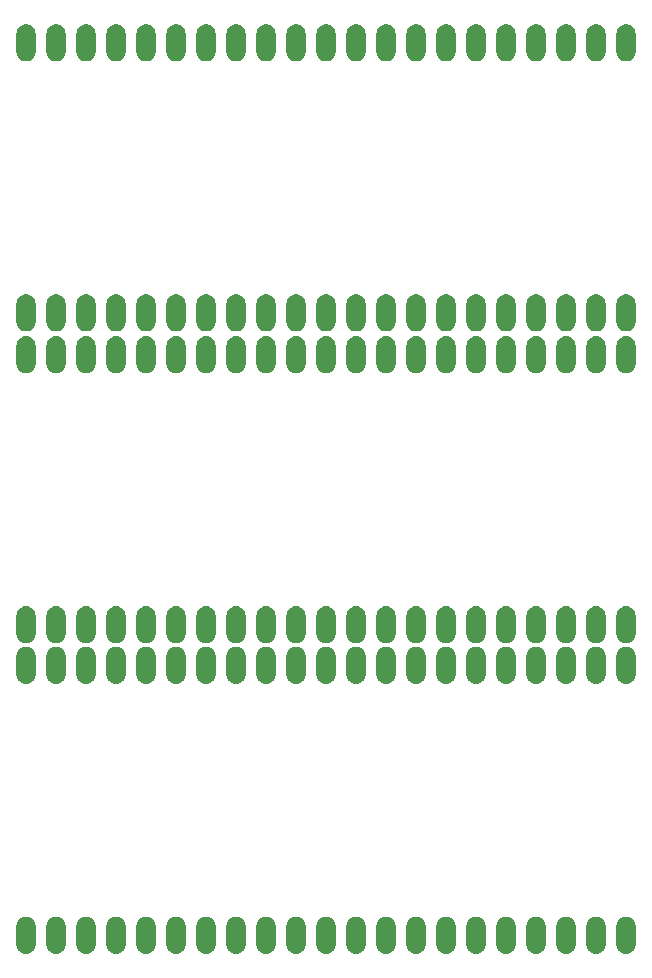
<source format=gbs>
G04 #@! TF.GenerationSoftware,KiCad,Pcbnew,(5.0.2)-1*
G04 #@! TF.CreationDate,2019-01-04T01:54:46+09:00*
G04 #@! TF.ProjectId,sdram-pane,73647261-6d2d-4706-916e-652e6b696361,v1.0*
G04 #@! TF.SameCoordinates,Original*
G04 #@! TF.FileFunction,Soldermask,Bot*
G04 #@! TF.FilePolarity,Negative*
%FSLAX46Y46*%
G04 Gerber Fmt 4.6, Leading zero omitted, Abs format (unit mm)*
G04 Created by KiCad (PCBNEW (5.0.2)-1) date 2019/01/04 1:54:46*
%MOMM*%
%LPD*%
G01*
G04 APERTURE LIST*
%ADD10C,0.150000*%
G04 APERTURE END LIST*
D10*
G36*
X169069376Y-104476764D02*
X169171543Y-104507756D01*
X169222628Y-104523252D01*
X169363865Y-104598745D01*
X169487659Y-104700341D01*
X169589255Y-104824135D01*
X169664748Y-104965372D01*
X169664748Y-104965373D01*
X169711236Y-105118624D01*
X169723000Y-105238067D01*
X169723000Y-106841933D01*
X169711236Y-106961376D01*
X169680244Y-107063543D01*
X169664748Y-107114628D01*
X169589255Y-107255865D01*
X169487659Y-107379659D01*
X169363863Y-107481255D01*
X169298120Y-107516395D01*
X169222627Y-107556748D01*
X169171542Y-107572244D01*
X169069375Y-107603236D01*
X168910000Y-107618933D01*
X168750624Y-107603236D01*
X168648457Y-107572244D01*
X168597372Y-107556748D01*
X168456135Y-107481255D01*
X168332341Y-107379659D01*
X168230746Y-107255864D01*
X168155252Y-107114627D01*
X168139756Y-107063542D01*
X168108764Y-106961375D01*
X168097000Y-106841932D01*
X168097001Y-105238067D01*
X168108765Y-105118624D01*
X168155253Y-104965373D01*
X168155253Y-104965372D01*
X168230746Y-104824135D01*
X168332342Y-104700341D01*
X168456136Y-104598745D01*
X168597373Y-104523252D01*
X168648458Y-104507756D01*
X168750625Y-104476764D01*
X168910000Y-104461067D01*
X169069376Y-104476764D01*
X169069376Y-104476764D01*
G37*
G36*
X143669376Y-104476764D02*
X143771543Y-104507756D01*
X143822628Y-104523252D01*
X143963865Y-104598745D01*
X144087659Y-104700341D01*
X144189255Y-104824135D01*
X144264748Y-104965372D01*
X144264748Y-104965373D01*
X144311236Y-105118624D01*
X144323000Y-105238067D01*
X144323000Y-106841933D01*
X144311236Y-106961376D01*
X144280244Y-107063543D01*
X144264748Y-107114628D01*
X144189255Y-107255865D01*
X144087659Y-107379659D01*
X143963863Y-107481255D01*
X143898120Y-107516395D01*
X143822627Y-107556748D01*
X143771542Y-107572244D01*
X143669375Y-107603236D01*
X143510000Y-107618933D01*
X143350624Y-107603236D01*
X143248457Y-107572244D01*
X143197372Y-107556748D01*
X143056135Y-107481255D01*
X142932341Y-107379659D01*
X142830746Y-107255864D01*
X142755252Y-107114627D01*
X142739756Y-107063542D01*
X142708764Y-106961375D01*
X142697000Y-106841932D01*
X142697001Y-105238067D01*
X142708765Y-105118624D01*
X142755253Y-104965373D01*
X142755253Y-104965372D01*
X142830746Y-104824135D01*
X142932342Y-104700341D01*
X143056136Y-104598745D01*
X143197373Y-104523252D01*
X143248458Y-104507756D01*
X143350625Y-104476764D01*
X143510000Y-104461067D01*
X143669376Y-104476764D01*
X143669376Y-104476764D01*
G37*
G36*
X118269376Y-104476764D02*
X118371543Y-104507756D01*
X118422628Y-104523252D01*
X118563865Y-104598745D01*
X118687659Y-104700341D01*
X118789255Y-104824135D01*
X118864748Y-104965372D01*
X118864748Y-104965373D01*
X118911236Y-105118624D01*
X118923000Y-105238067D01*
X118923000Y-106841933D01*
X118911236Y-106961376D01*
X118880244Y-107063543D01*
X118864748Y-107114628D01*
X118789255Y-107255865D01*
X118687659Y-107379659D01*
X118563863Y-107481255D01*
X118498120Y-107516395D01*
X118422627Y-107556748D01*
X118371542Y-107572244D01*
X118269375Y-107603236D01*
X118110000Y-107618933D01*
X117950624Y-107603236D01*
X117848457Y-107572244D01*
X117797372Y-107556748D01*
X117656135Y-107481255D01*
X117532341Y-107379659D01*
X117430746Y-107255864D01*
X117355252Y-107114627D01*
X117339756Y-107063542D01*
X117308764Y-106961375D01*
X117297000Y-106841932D01*
X117297001Y-105238067D01*
X117308765Y-105118624D01*
X117355253Y-104965373D01*
X117355253Y-104965372D01*
X117430746Y-104824135D01*
X117532342Y-104700341D01*
X117656136Y-104598745D01*
X117797373Y-104523252D01*
X117848458Y-104507756D01*
X117950625Y-104476764D01*
X118110000Y-104461067D01*
X118269376Y-104476764D01*
X118269376Y-104476764D01*
G37*
G36*
X120809376Y-104476764D02*
X120911543Y-104507756D01*
X120962628Y-104523252D01*
X121103865Y-104598745D01*
X121227659Y-104700341D01*
X121329255Y-104824135D01*
X121404748Y-104965372D01*
X121404748Y-104965373D01*
X121451236Y-105118624D01*
X121463000Y-105238067D01*
X121463000Y-106841933D01*
X121451236Y-106961376D01*
X121420244Y-107063543D01*
X121404748Y-107114628D01*
X121329255Y-107255865D01*
X121227659Y-107379659D01*
X121103863Y-107481255D01*
X121038120Y-107516395D01*
X120962627Y-107556748D01*
X120911542Y-107572244D01*
X120809375Y-107603236D01*
X120650000Y-107618933D01*
X120490624Y-107603236D01*
X120388457Y-107572244D01*
X120337372Y-107556748D01*
X120196135Y-107481255D01*
X120072341Y-107379659D01*
X119970746Y-107255864D01*
X119895252Y-107114627D01*
X119879756Y-107063542D01*
X119848764Y-106961375D01*
X119837000Y-106841932D01*
X119837001Y-105238067D01*
X119848765Y-105118624D01*
X119895253Y-104965373D01*
X119895253Y-104965372D01*
X119970746Y-104824135D01*
X120072342Y-104700341D01*
X120196136Y-104598745D01*
X120337373Y-104523252D01*
X120388458Y-104507756D01*
X120490625Y-104476764D01*
X120650000Y-104461067D01*
X120809376Y-104476764D01*
X120809376Y-104476764D01*
G37*
G36*
X123349376Y-104476764D02*
X123451543Y-104507756D01*
X123502628Y-104523252D01*
X123643865Y-104598745D01*
X123767659Y-104700341D01*
X123869255Y-104824135D01*
X123944748Y-104965372D01*
X123944748Y-104965373D01*
X123991236Y-105118624D01*
X124003000Y-105238067D01*
X124003000Y-106841933D01*
X123991236Y-106961376D01*
X123960244Y-107063543D01*
X123944748Y-107114628D01*
X123869255Y-107255865D01*
X123767659Y-107379659D01*
X123643863Y-107481255D01*
X123578120Y-107516395D01*
X123502627Y-107556748D01*
X123451542Y-107572244D01*
X123349375Y-107603236D01*
X123190000Y-107618933D01*
X123030624Y-107603236D01*
X122928457Y-107572244D01*
X122877372Y-107556748D01*
X122736135Y-107481255D01*
X122612341Y-107379659D01*
X122510746Y-107255864D01*
X122435252Y-107114627D01*
X122419756Y-107063542D01*
X122388764Y-106961375D01*
X122377000Y-106841932D01*
X122377001Y-105238067D01*
X122388765Y-105118624D01*
X122435253Y-104965373D01*
X122435253Y-104965372D01*
X122510746Y-104824135D01*
X122612342Y-104700341D01*
X122736136Y-104598745D01*
X122877373Y-104523252D01*
X122928458Y-104507756D01*
X123030625Y-104476764D01*
X123190000Y-104461067D01*
X123349376Y-104476764D01*
X123349376Y-104476764D01*
G37*
G36*
X125889376Y-104476764D02*
X125991543Y-104507756D01*
X126042628Y-104523252D01*
X126183865Y-104598745D01*
X126307659Y-104700341D01*
X126409255Y-104824135D01*
X126484748Y-104965372D01*
X126484748Y-104965373D01*
X126531236Y-105118624D01*
X126543000Y-105238067D01*
X126543000Y-106841933D01*
X126531236Y-106961376D01*
X126500244Y-107063543D01*
X126484748Y-107114628D01*
X126409255Y-107255865D01*
X126307659Y-107379659D01*
X126183863Y-107481255D01*
X126118120Y-107516395D01*
X126042627Y-107556748D01*
X125991542Y-107572244D01*
X125889375Y-107603236D01*
X125730000Y-107618933D01*
X125570624Y-107603236D01*
X125468457Y-107572244D01*
X125417372Y-107556748D01*
X125276135Y-107481255D01*
X125152341Y-107379659D01*
X125050746Y-107255864D01*
X124975252Y-107114627D01*
X124959756Y-107063542D01*
X124928764Y-106961375D01*
X124917000Y-106841932D01*
X124917001Y-105238067D01*
X124928765Y-105118624D01*
X124975253Y-104965373D01*
X124975253Y-104965372D01*
X125050746Y-104824135D01*
X125152342Y-104700341D01*
X125276136Y-104598745D01*
X125417373Y-104523252D01*
X125468458Y-104507756D01*
X125570625Y-104476764D01*
X125730000Y-104461067D01*
X125889376Y-104476764D01*
X125889376Y-104476764D01*
G37*
G36*
X128429376Y-104476764D02*
X128531543Y-104507756D01*
X128582628Y-104523252D01*
X128723865Y-104598745D01*
X128847659Y-104700341D01*
X128949255Y-104824135D01*
X129024748Y-104965372D01*
X129024748Y-104965373D01*
X129071236Y-105118624D01*
X129083000Y-105238067D01*
X129083000Y-106841933D01*
X129071236Y-106961376D01*
X129040244Y-107063543D01*
X129024748Y-107114628D01*
X128949255Y-107255865D01*
X128847659Y-107379659D01*
X128723863Y-107481255D01*
X128658120Y-107516395D01*
X128582627Y-107556748D01*
X128531542Y-107572244D01*
X128429375Y-107603236D01*
X128270000Y-107618933D01*
X128110624Y-107603236D01*
X128008457Y-107572244D01*
X127957372Y-107556748D01*
X127816135Y-107481255D01*
X127692341Y-107379659D01*
X127590746Y-107255864D01*
X127515252Y-107114627D01*
X127499756Y-107063542D01*
X127468764Y-106961375D01*
X127457000Y-106841932D01*
X127457001Y-105238067D01*
X127468765Y-105118624D01*
X127515253Y-104965373D01*
X127515253Y-104965372D01*
X127590746Y-104824135D01*
X127692342Y-104700341D01*
X127816136Y-104598745D01*
X127957373Y-104523252D01*
X128008458Y-104507756D01*
X128110625Y-104476764D01*
X128270000Y-104461067D01*
X128429376Y-104476764D01*
X128429376Y-104476764D01*
G37*
G36*
X130969376Y-104476764D02*
X131071543Y-104507756D01*
X131122628Y-104523252D01*
X131263865Y-104598745D01*
X131387659Y-104700341D01*
X131489255Y-104824135D01*
X131564748Y-104965372D01*
X131564748Y-104965373D01*
X131611236Y-105118624D01*
X131623000Y-105238067D01*
X131623000Y-106841933D01*
X131611236Y-106961376D01*
X131580244Y-107063543D01*
X131564748Y-107114628D01*
X131489255Y-107255865D01*
X131387659Y-107379659D01*
X131263863Y-107481255D01*
X131198120Y-107516395D01*
X131122627Y-107556748D01*
X131071542Y-107572244D01*
X130969375Y-107603236D01*
X130810000Y-107618933D01*
X130650624Y-107603236D01*
X130548457Y-107572244D01*
X130497372Y-107556748D01*
X130356135Y-107481255D01*
X130232341Y-107379659D01*
X130130746Y-107255864D01*
X130055252Y-107114627D01*
X130039756Y-107063542D01*
X130008764Y-106961375D01*
X129997000Y-106841932D01*
X129997001Y-105238067D01*
X130008765Y-105118624D01*
X130055253Y-104965373D01*
X130055253Y-104965372D01*
X130130746Y-104824135D01*
X130232342Y-104700341D01*
X130356136Y-104598745D01*
X130497373Y-104523252D01*
X130548458Y-104507756D01*
X130650625Y-104476764D01*
X130810000Y-104461067D01*
X130969376Y-104476764D01*
X130969376Y-104476764D01*
G37*
G36*
X133509376Y-104476764D02*
X133611543Y-104507756D01*
X133662628Y-104523252D01*
X133803865Y-104598745D01*
X133927659Y-104700341D01*
X134029255Y-104824135D01*
X134104748Y-104965372D01*
X134104748Y-104965373D01*
X134151236Y-105118624D01*
X134163000Y-105238067D01*
X134163000Y-106841933D01*
X134151236Y-106961376D01*
X134120244Y-107063543D01*
X134104748Y-107114628D01*
X134029255Y-107255865D01*
X133927659Y-107379659D01*
X133803863Y-107481255D01*
X133738120Y-107516395D01*
X133662627Y-107556748D01*
X133611542Y-107572244D01*
X133509375Y-107603236D01*
X133350000Y-107618933D01*
X133190624Y-107603236D01*
X133088457Y-107572244D01*
X133037372Y-107556748D01*
X132896135Y-107481255D01*
X132772341Y-107379659D01*
X132670746Y-107255864D01*
X132595252Y-107114627D01*
X132579756Y-107063542D01*
X132548764Y-106961375D01*
X132537000Y-106841932D01*
X132537001Y-105238067D01*
X132548765Y-105118624D01*
X132595253Y-104965373D01*
X132595253Y-104965372D01*
X132670746Y-104824135D01*
X132772342Y-104700341D01*
X132896136Y-104598745D01*
X133037373Y-104523252D01*
X133088458Y-104507756D01*
X133190625Y-104476764D01*
X133350000Y-104461067D01*
X133509376Y-104476764D01*
X133509376Y-104476764D01*
G37*
G36*
X136049376Y-104476764D02*
X136151543Y-104507756D01*
X136202628Y-104523252D01*
X136343865Y-104598745D01*
X136467659Y-104700341D01*
X136569255Y-104824135D01*
X136644748Y-104965372D01*
X136644748Y-104965373D01*
X136691236Y-105118624D01*
X136703000Y-105238067D01*
X136703000Y-106841933D01*
X136691236Y-106961376D01*
X136660244Y-107063543D01*
X136644748Y-107114628D01*
X136569255Y-107255865D01*
X136467659Y-107379659D01*
X136343863Y-107481255D01*
X136278120Y-107516395D01*
X136202627Y-107556748D01*
X136151542Y-107572244D01*
X136049375Y-107603236D01*
X135890000Y-107618933D01*
X135730624Y-107603236D01*
X135628457Y-107572244D01*
X135577372Y-107556748D01*
X135436135Y-107481255D01*
X135312341Y-107379659D01*
X135210746Y-107255864D01*
X135135252Y-107114627D01*
X135119756Y-107063542D01*
X135088764Y-106961375D01*
X135077000Y-106841932D01*
X135077001Y-105238067D01*
X135088765Y-105118624D01*
X135135253Y-104965373D01*
X135135253Y-104965372D01*
X135210746Y-104824135D01*
X135312342Y-104700341D01*
X135436136Y-104598745D01*
X135577373Y-104523252D01*
X135628458Y-104507756D01*
X135730625Y-104476764D01*
X135890000Y-104461067D01*
X136049376Y-104476764D01*
X136049376Y-104476764D01*
G37*
G36*
X138589376Y-104476764D02*
X138691543Y-104507756D01*
X138742628Y-104523252D01*
X138883865Y-104598745D01*
X139007659Y-104700341D01*
X139109255Y-104824135D01*
X139184748Y-104965372D01*
X139184748Y-104965373D01*
X139231236Y-105118624D01*
X139243000Y-105238067D01*
X139243000Y-106841933D01*
X139231236Y-106961376D01*
X139200244Y-107063543D01*
X139184748Y-107114628D01*
X139109255Y-107255865D01*
X139007659Y-107379659D01*
X138883863Y-107481255D01*
X138818120Y-107516395D01*
X138742627Y-107556748D01*
X138691542Y-107572244D01*
X138589375Y-107603236D01*
X138430000Y-107618933D01*
X138270624Y-107603236D01*
X138168457Y-107572244D01*
X138117372Y-107556748D01*
X137976135Y-107481255D01*
X137852341Y-107379659D01*
X137750746Y-107255864D01*
X137675252Y-107114627D01*
X137659756Y-107063542D01*
X137628764Y-106961375D01*
X137617000Y-106841932D01*
X137617001Y-105238067D01*
X137628765Y-105118624D01*
X137675253Y-104965373D01*
X137675253Y-104965372D01*
X137750746Y-104824135D01*
X137852342Y-104700341D01*
X137976136Y-104598745D01*
X138117373Y-104523252D01*
X138168458Y-104507756D01*
X138270625Y-104476764D01*
X138430000Y-104461067D01*
X138589376Y-104476764D01*
X138589376Y-104476764D01*
G37*
G36*
X146209376Y-104476764D02*
X146311543Y-104507756D01*
X146362628Y-104523252D01*
X146503865Y-104598745D01*
X146627659Y-104700341D01*
X146729255Y-104824135D01*
X146804748Y-104965372D01*
X146804748Y-104965373D01*
X146851236Y-105118624D01*
X146863000Y-105238067D01*
X146863000Y-106841933D01*
X146851236Y-106961376D01*
X146820244Y-107063543D01*
X146804748Y-107114628D01*
X146729255Y-107255865D01*
X146627659Y-107379659D01*
X146503863Y-107481255D01*
X146438120Y-107516395D01*
X146362627Y-107556748D01*
X146311542Y-107572244D01*
X146209375Y-107603236D01*
X146050000Y-107618933D01*
X145890624Y-107603236D01*
X145788457Y-107572244D01*
X145737372Y-107556748D01*
X145596135Y-107481255D01*
X145472341Y-107379659D01*
X145370746Y-107255864D01*
X145295252Y-107114627D01*
X145279756Y-107063542D01*
X145248764Y-106961375D01*
X145237000Y-106841932D01*
X145237001Y-105238067D01*
X145248765Y-105118624D01*
X145295253Y-104965373D01*
X145295253Y-104965372D01*
X145370746Y-104824135D01*
X145472342Y-104700341D01*
X145596136Y-104598745D01*
X145737373Y-104523252D01*
X145788458Y-104507756D01*
X145890625Y-104476764D01*
X146050000Y-104461067D01*
X146209376Y-104476764D01*
X146209376Y-104476764D01*
G37*
G36*
X148749376Y-104476764D02*
X148851543Y-104507756D01*
X148902628Y-104523252D01*
X149043865Y-104598745D01*
X149167659Y-104700341D01*
X149269255Y-104824135D01*
X149344748Y-104965372D01*
X149344748Y-104965373D01*
X149391236Y-105118624D01*
X149403000Y-105238067D01*
X149403000Y-106841933D01*
X149391236Y-106961376D01*
X149360244Y-107063543D01*
X149344748Y-107114628D01*
X149269255Y-107255865D01*
X149167659Y-107379659D01*
X149043863Y-107481255D01*
X148978120Y-107516395D01*
X148902627Y-107556748D01*
X148851542Y-107572244D01*
X148749375Y-107603236D01*
X148590000Y-107618933D01*
X148430624Y-107603236D01*
X148328457Y-107572244D01*
X148277372Y-107556748D01*
X148136135Y-107481255D01*
X148012341Y-107379659D01*
X147910746Y-107255864D01*
X147835252Y-107114627D01*
X147819756Y-107063542D01*
X147788764Y-106961375D01*
X147777000Y-106841932D01*
X147777001Y-105238067D01*
X147788765Y-105118624D01*
X147835253Y-104965373D01*
X147835253Y-104965372D01*
X147910746Y-104824135D01*
X148012342Y-104700341D01*
X148136136Y-104598745D01*
X148277373Y-104523252D01*
X148328458Y-104507756D01*
X148430625Y-104476764D01*
X148590000Y-104461067D01*
X148749376Y-104476764D01*
X148749376Y-104476764D01*
G37*
G36*
X151289376Y-104476764D02*
X151391543Y-104507756D01*
X151442628Y-104523252D01*
X151583865Y-104598745D01*
X151707659Y-104700341D01*
X151809255Y-104824135D01*
X151884748Y-104965372D01*
X151884748Y-104965373D01*
X151931236Y-105118624D01*
X151943000Y-105238067D01*
X151943000Y-106841933D01*
X151931236Y-106961376D01*
X151900244Y-107063543D01*
X151884748Y-107114628D01*
X151809255Y-107255865D01*
X151707659Y-107379659D01*
X151583863Y-107481255D01*
X151518120Y-107516395D01*
X151442627Y-107556748D01*
X151391542Y-107572244D01*
X151289375Y-107603236D01*
X151130000Y-107618933D01*
X150970624Y-107603236D01*
X150868457Y-107572244D01*
X150817372Y-107556748D01*
X150676135Y-107481255D01*
X150552341Y-107379659D01*
X150450746Y-107255864D01*
X150375252Y-107114627D01*
X150359756Y-107063542D01*
X150328764Y-106961375D01*
X150317000Y-106841932D01*
X150317001Y-105238067D01*
X150328765Y-105118624D01*
X150375253Y-104965373D01*
X150375253Y-104965372D01*
X150450746Y-104824135D01*
X150552342Y-104700341D01*
X150676136Y-104598745D01*
X150817373Y-104523252D01*
X150868458Y-104507756D01*
X150970625Y-104476764D01*
X151130000Y-104461067D01*
X151289376Y-104476764D01*
X151289376Y-104476764D01*
G37*
G36*
X153829376Y-104476764D02*
X153931543Y-104507756D01*
X153982628Y-104523252D01*
X154123865Y-104598745D01*
X154247659Y-104700341D01*
X154349255Y-104824135D01*
X154424748Y-104965372D01*
X154424748Y-104965373D01*
X154471236Y-105118624D01*
X154483000Y-105238067D01*
X154483000Y-106841933D01*
X154471236Y-106961376D01*
X154440244Y-107063543D01*
X154424748Y-107114628D01*
X154349255Y-107255865D01*
X154247659Y-107379659D01*
X154123863Y-107481255D01*
X154058120Y-107516395D01*
X153982627Y-107556748D01*
X153931542Y-107572244D01*
X153829375Y-107603236D01*
X153670000Y-107618933D01*
X153510624Y-107603236D01*
X153408457Y-107572244D01*
X153357372Y-107556748D01*
X153216135Y-107481255D01*
X153092341Y-107379659D01*
X152990746Y-107255864D01*
X152915252Y-107114627D01*
X152899756Y-107063542D01*
X152868764Y-106961375D01*
X152857000Y-106841932D01*
X152857001Y-105238067D01*
X152868765Y-105118624D01*
X152915253Y-104965373D01*
X152915253Y-104965372D01*
X152990746Y-104824135D01*
X153092342Y-104700341D01*
X153216136Y-104598745D01*
X153357373Y-104523252D01*
X153408458Y-104507756D01*
X153510625Y-104476764D01*
X153670000Y-104461067D01*
X153829376Y-104476764D01*
X153829376Y-104476764D01*
G37*
G36*
X156369376Y-104476764D02*
X156471543Y-104507756D01*
X156522628Y-104523252D01*
X156663865Y-104598745D01*
X156787659Y-104700341D01*
X156889255Y-104824135D01*
X156964748Y-104965372D01*
X156964748Y-104965373D01*
X157011236Y-105118624D01*
X157023000Y-105238067D01*
X157023000Y-106841933D01*
X157011236Y-106961376D01*
X156980244Y-107063543D01*
X156964748Y-107114628D01*
X156889255Y-107255865D01*
X156787659Y-107379659D01*
X156663863Y-107481255D01*
X156598120Y-107516395D01*
X156522627Y-107556748D01*
X156471542Y-107572244D01*
X156369375Y-107603236D01*
X156210000Y-107618933D01*
X156050624Y-107603236D01*
X155948457Y-107572244D01*
X155897372Y-107556748D01*
X155756135Y-107481255D01*
X155632341Y-107379659D01*
X155530746Y-107255864D01*
X155455252Y-107114627D01*
X155439756Y-107063542D01*
X155408764Y-106961375D01*
X155397000Y-106841932D01*
X155397001Y-105238067D01*
X155408765Y-105118624D01*
X155455253Y-104965373D01*
X155455253Y-104965372D01*
X155530746Y-104824135D01*
X155632342Y-104700341D01*
X155756136Y-104598745D01*
X155897373Y-104523252D01*
X155948458Y-104507756D01*
X156050625Y-104476764D01*
X156210000Y-104461067D01*
X156369376Y-104476764D01*
X156369376Y-104476764D01*
G37*
G36*
X158909376Y-104476764D02*
X159011543Y-104507756D01*
X159062628Y-104523252D01*
X159203865Y-104598745D01*
X159327659Y-104700341D01*
X159429255Y-104824135D01*
X159504748Y-104965372D01*
X159504748Y-104965373D01*
X159551236Y-105118624D01*
X159563000Y-105238067D01*
X159563000Y-106841933D01*
X159551236Y-106961376D01*
X159520244Y-107063543D01*
X159504748Y-107114628D01*
X159429255Y-107255865D01*
X159327659Y-107379659D01*
X159203863Y-107481255D01*
X159138120Y-107516395D01*
X159062627Y-107556748D01*
X159011542Y-107572244D01*
X158909375Y-107603236D01*
X158750000Y-107618933D01*
X158590624Y-107603236D01*
X158488457Y-107572244D01*
X158437372Y-107556748D01*
X158296135Y-107481255D01*
X158172341Y-107379659D01*
X158070746Y-107255864D01*
X157995252Y-107114627D01*
X157979756Y-107063542D01*
X157948764Y-106961375D01*
X157937000Y-106841932D01*
X157937001Y-105238067D01*
X157948765Y-105118624D01*
X157995253Y-104965373D01*
X157995253Y-104965372D01*
X158070746Y-104824135D01*
X158172342Y-104700341D01*
X158296136Y-104598745D01*
X158437373Y-104523252D01*
X158488458Y-104507756D01*
X158590625Y-104476764D01*
X158750000Y-104461067D01*
X158909376Y-104476764D01*
X158909376Y-104476764D01*
G37*
G36*
X161449376Y-104476764D02*
X161551543Y-104507756D01*
X161602628Y-104523252D01*
X161743865Y-104598745D01*
X161867659Y-104700341D01*
X161969255Y-104824135D01*
X162044748Y-104965372D01*
X162044748Y-104965373D01*
X162091236Y-105118624D01*
X162103000Y-105238067D01*
X162103000Y-106841933D01*
X162091236Y-106961376D01*
X162060244Y-107063543D01*
X162044748Y-107114628D01*
X161969255Y-107255865D01*
X161867659Y-107379659D01*
X161743863Y-107481255D01*
X161678120Y-107516395D01*
X161602627Y-107556748D01*
X161551542Y-107572244D01*
X161449375Y-107603236D01*
X161290000Y-107618933D01*
X161130624Y-107603236D01*
X161028457Y-107572244D01*
X160977372Y-107556748D01*
X160836135Y-107481255D01*
X160712341Y-107379659D01*
X160610746Y-107255864D01*
X160535252Y-107114627D01*
X160519756Y-107063542D01*
X160488764Y-106961375D01*
X160477000Y-106841932D01*
X160477001Y-105238067D01*
X160488765Y-105118624D01*
X160535253Y-104965373D01*
X160535253Y-104965372D01*
X160610746Y-104824135D01*
X160712342Y-104700341D01*
X160836136Y-104598745D01*
X160977373Y-104523252D01*
X161028458Y-104507756D01*
X161130625Y-104476764D01*
X161290000Y-104461067D01*
X161449376Y-104476764D01*
X161449376Y-104476764D01*
G37*
G36*
X163989376Y-104476764D02*
X164091543Y-104507756D01*
X164142628Y-104523252D01*
X164283865Y-104598745D01*
X164407659Y-104700341D01*
X164509255Y-104824135D01*
X164584748Y-104965372D01*
X164584748Y-104965373D01*
X164631236Y-105118624D01*
X164643000Y-105238067D01*
X164643000Y-106841933D01*
X164631236Y-106961376D01*
X164600244Y-107063543D01*
X164584748Y-107114628D01*
X164509255Y-107255865D01*
X164407659Y-107379659D01*
X164283863Y-107481255D01*
X164218120Y-107516395D01*
X164142627Y-107556748D01*
X164091542Y-107572244D01*
X163989375Y-107603236D01*
X163830000Y-107618933D01*
X163670624Y-107603236D01*
X163568457Y-107572244D01*
X163517372Y-107556748D01*
X163376135Y-107481255D01*
X163252341Y-107379659D01*
X163150746Y-107255864D01*
X163075252Y-107114627D01*
X163059756Y-107063542D01*
X163028764Y-106961375D01*
X163017000Y-106841932D01*
X163017001Y-105238067D01*
X163028765Y-105118624D01*
X163075253Y-104965373D01*
X163075253Y-104965372D01*
X163150746Y-104824135D01*
X163252342Y-104700341D01*
X163376136Y-104598745D01*
X163517373Y-104523252D01*
X163568458Y-104507756D01*
X163670625Y-104476764D01*
X163830000Y-104461067D01*
X163989376Y-104476764D01*
X163989376Y-104476764D01*
G37*
G36*
X166529376Y-104476764D02*
X166631543Y-104507756D01*
X166682628Y-104523252D01*
X166823865Y-104598745D01*
X166947659Y-104700341D01*
X167049255Y-104824135D01*
X167124748Y-104965372D01*
X167124748Y-104965373D01*
X167171236Y-105118624D01*
X167183000Y-105238067D01*
X167183000Y-106841933D01*
X167171236Y-106961376D01*
X167140244Y-107063543D01*
X167124748Y-107114628D01*
X167049255Y-107255865D01*
X166947659Y-107379659D01*
X166823863Y-107481255D01*
X166758120Y-107516395D01*
X166682627Y-107556748D01*
X166631542Y-107572244D01*
X166529375Y-107603236D01*
X166370000Y-107618933D01*
X166210624Y-107603236D01*
X166108457Y-107572244D01*
X166057372Y-107556748D01*
X165916135Y-107481255D01*
X165792341Y-107379659D01*
X165690746Y-107255864D01*
X165615252Y-107114627D01*
X165599756Y-107063542D01*
X165568764Y-106961375D01*
X165557000Y-106841932D01*
X165557001Y-105238067D01*
X165568765Y-105118624D01*
X165615253Y-104965373D01*
X165615253Y-104965372D01*
X165690746Y-104824135D01*
X165792342Y-104700341D01*
X165916136Y-104598745D01*
X166057373Y-104523252D01*
X166108458Y-104507756D01*
X166210625Y-104476764D01*
X166370000Y-104461067D01*
X166529376Y-104476764D01*
X166529376Y-104476764D01*
G37*
G36*
X141129376Y-104476764D02*
X141231543Y-104507756D01*
X141282628Y-104523252D01*
X141423865Y-104598745D01*
X141547659Y-104700341D01*
X141649255Y-104824135D01*
X141724748Y-104965372D01*
X141724748Y-104965373D01*
X141771236Y-105118624D01*
X141783000Y-105238067D01*
X141783000Y-106841933D01*
X141771236Y-106961376D01*
X141740244Y-107063543D01*
X141724748Y-107114628D01*
X141649255Y-107255865D01*
X141547659Y-107379659D01*
X141423863Y-107481255D01*
X141358120Y-107516395D01*
X141282627Y-107556748D01*
X141231542Y-107572244D01*
X141129375Y-107603236D01*
X140970000Y-107618933D01*
X140810624Y-107603236D01*
X140708457Y-107572244D01*
X140657372Y-107556748D01*
X140516135Y-107481255D01*
X140392341Y-107379659D01*
X140290746Y-107255864D01*
X140215252Y-107114627D01*
X140199756Y-107063542D01*
X140168764Y-106961375D01*
X140157000Y-106841932D01*
X140157001Y-105238067D01*
X140168765Y-105118624D01*
X140215253Y-104965373D01*
X140215253Y-104965372D01*
X140290746Y-104824135D01*
X140392342Y-104700341D01*
X140516136Y-104598745D01*
X140657373Y-104523252D01*
X140708458Y-104507756D01*
X140810625Y-104476764D01*
X140970000Y-104461067D01*
X141129376Y-104476764D01*
X141129376Y-104476764D01*
G37*
G36*
X143669375Y-81616764D02*
X143771542Y-81647756D01*
X143822627Y-81663252D01*
X143898120Y-81703605D01*
X143963863Y-81738745D01*
X143963865Y-81738746D01*
X143963864Y-81738746D01*
X144087659Y-81840341D01*
X144189255Y-81964135D01*
X144264748Y-82105372D01*
X144280244Y-82156457D01*
X144311236Y-82258624D01*
X144323000Y-82378067D01*
X144323000Y-83981933D01*
X144311236Y-84101376D01*
X144280244Y-84203543D01*
X144264748Y-84254628D01*
X144189255Y-84395865D01*
X144087659Y-84519659D01*
X143963865Y-84621255D01*
X143822628Y-84696748D01*
X143771543Y-84712244D01*
X143669376Y-84743236D01*
X143510000Y-84758933D01*
X143350625Y-84743236D01*
X143248458Y-84712244D01*
X143197373Y-84696748D01*
X143056136Y-84621255D01*
X142932342Y-84519659D01*
X142830746Y-84395865D01*
X142755253Y-84254628D01*
X142739757Y-84203543D01*
X142708765Y-84101376D01*
X142697001Y-83981933D01*
X142697000Y-82378068D01*
X142708764Y-82258625D01*
X142755252Y-82105374D01*
X142755252Y-82105373D01*
X142830746Y-81964136D01*
X142932341Y-81840341D01*
X143056135Y-81738745D01*
X143197372Y-81663252D01*
X143248457Y-81647756D01*
X143350624Y-81616764D01*
X143510000Y-81601067D01*
X143669375Y-81616764D01*
X143669375Y-81616764D01*
G37*
G36*
X118269375Y-81616764D02*
X118371542Y-81647756D01*
X118422627Y-81663252D01*
X118498120Y-81703605D01*
X118563863Y-81738745D01*
X118563865Y-81738746D01*
X118563864Y-81738746D01*
X118687659Y-81840341D01*
X118789255Y-81964135D01*
X118864748Y-82105372D01*
X118880244Y-82156457D01*
X118911236Y-82258624D01*
X118923000Y-82378067D01*
X118923000Y-83981933D01*
X118911236Y-84101376D01*
X118880244Y-84203543D01*
X118864748Y-84254628D01*
X118789255Y-84395865D01*
X118687659Y-84519659D01*
X118563865Y-84621255D01*
X118422628Y-84696748D01*
X118371543Y-84712244D01*
X118269376Y-84743236D01*
X118110000Y-84758933D01*
X117950625Y-84743236D01*
X117848458Y-84712244D01*
X117797373Y-84696748D01*
X117656136Y-84621255D01*
X117532342Y-84519659D01*
X117430746Y-84395865D01*
X117355253Y-84254628D01*
X117339757Y-84203543D01*
X117308765Y-84101376D01*
X117297001Y-83981933D01*
X117297000Y-82378068D01*
X117308764Y-82258625D01*
X117355252Y-82105374D01*
X117355252Y-82105373D01*
X117430746Y-81964136D01*
X117532341Y-81840341D01*
X117656135Y-81738745D01*
X117797372Y-81663252D01*
X117848457Y-81647756D01*
X117950624Y-81616764D01*
X118110000Y-81601067D01*
X118269375Y-81616764D01*
X118269375Y-81616764D01*
G37*
G36*
X138589375Y-81616764D02*
X138691542Y-81647756D01*
X138742627Y-81663252D01*
X138818120Y-81703605D01*
X138883863Y-81738745D01*
X138883865Y-81738746D01*
X138883864Y-81738746D01*
X139007659Y-81840341D01*
X139109255Y-81964135D01*
X139184748Y-82105372D01*
X139200244Y-82156457D01*
X139231236Y-82258624D01*
X139243000Y-82378067D01*
X139243000Y-83981933D01*
X139231236Y-84101376D01*
X139200244Y-84203543D01*
X139184748Y-84254628D01*
X139109255Y-84395865D01*
X139007659Y-84519659D01*
X138883865Y-84621255D01*
X138742628Y-84696748D01*
X138691543Y-84712244D01*
X138589376Y-84743236D01*
X138430000Y-84758933D01*
X138270625Y-84743236D01*
X138168458Y-84712244D01*
X138117373Y-84696748D01*
X137976136Y-84621255D01*
X137852342Y-84519659D01*
X137750746Y-84395865D01*
X137675253Y-84254628D01*
X137659757Y-84203543D01*
X137628765Y-84101376D01*
X137617001Y-83981933D01*
X137617000Y-82378068D01*
X137628764Y-82258625D01*
X137675252Y-82105374D01*
X137675252Y-82105373D01*
X137750746Y-81964136D01*
X137852341Y-81840341D01*
X137976135Y-81738745D01*
X138117372Y-81663252D01*
X138168457Y-81647756D01*
X138270624Y-81616764D01*
X138430000Y-81601067D01*
X138589375Y-81616764D01*
X138589375Y-81616764D01*
G37*
G36*
X136049375Y-81616764D02*
X136151542Y-81647756D01*
X136202627Y-81663252D01*
X136278120Y-81703605D01*
X136343863Y-81738745D01*
X136343865Y-81738746D01*
X136343864Y-81738746D01*
X136467659Y-81840341D01*
X136569255Y-81964135D01*
X136644748Y-82105372D01*
X136660244Y-82156457D01*
X136691236Y-82258624D01*
X136703000Y-82378067D01*
X136703000Y-83981933D01*
X136691236Y-84101376D01*
X136660244Y-84203543D01*
X136644748Y-84254628D01*
X136569255Y-84395865D01*
X136467659Y-84519659D01*
X136343865Y-84621255D01*
X136202628Y-84696748D01*
X136151543Y-84712244D01*
X136049376Y-84743236D01*
X135890000Y-84758933D01*
X135730625Y-84743236D01*
X135628458Y-84712244D01*
X135577373Y-84696748D01*
X135436136Y-84621255D01*
X135312342Y-84519659D01*
X135210746Y-84395865D01*
X135135253Y-84254628D01*
X135119757Y-84203543D01*
X135088765Y-84101376D01*
X135077001Y-83981933D01*
X135077000Y-82378068D01*
X135088764Y-82258625D01*
X135135252Y-82105374D01*
X135135252Y-82105373D01*
X135210746Y-81964136D01*
X135312341Y-81840341D01*
X135436135Y-81738745D01*
X135577372Y-81663252D01*
X135628457Y-81647756D01*
X135730624Y-81616764D01*
X135890000Y-81601067D01*
X136049375Y-81616764D01*
X136049375Y-81616764D01*
G37*
G36*
X133509375Y-81616764D02*
X133611542Y-81647756D01*
X133662627Y-81663252D01*
X133738120Y-81703605D01*
X133803863Y-81738745D01*
X133803865Y-81738746D01*
X133803864Y-81738746D01*
X133927659Y-81840341D01*
X134029255Y-81964135D01*
X134104748Y-82105372D01*
X134120244Y-82156457D01*
X134151236Y-82258624D01*
X134163000Y-82378067D01*
X134163000Y-83981933D01*
X134151236Y-84101376D01*
X134120244Y-84203543D01*
X134104748Y-84254628D01*
X134029255Y-84395865D01*
X133927659Y-84519659D01*
X133803865Y-84621255D01*
X133662628Y-84696748D01*
X133611543Y-84712244D01*
X133509376Y-84743236D01*
X133350000Y-84758933D01*
X133190625Y-84743236D01*
X133088458Y-84712244D01*
X133037373Y-84696748D01*
X132896136Y-84621255D01*
X132772342Y-84519659D01*
X132670746Y-84395865D01*
X132595253Y-84254628D01*
X132579757Y-84203543D01*
X132548765Y-84101376D01*
X132537001Y-83981933D01*
X132537000Y-82378068D01*
X132548764Y-82258625D01*
X132595252Y-82105374D01*
X132595252Y-82105373D01*
X132670746Y-81964136D01*
X132772341Y-81840341D01*
X132896135Y-81738745D01*
X133037372Y-81663252D01*
X133088457Y-81647756D01*
X133190624Y-81616764D01*
X133350000Y-81601067D01*
X133509375Y-81616764D01*
X133509375Y-81616764D01*
G37*
G36*
X128429375Y-81616764D02*
X128531542Y-81647756D01*
X128582627Y-81663252D01*
X128658120Y-81703605D01*
X128723863Y-81738745D01*
X128723865Y-81738746D01*
X128723864Y-81738746D01*
X128847659Y-81840341D01*
X128949255Y-81964135D01*
X129024748Y-82105372D01*
X129040244Y-82156457D01*
X129071236Y-82258624D01*
X129083000Y-82378067D01*
X129083000Y-83981933D01*
X129071236Y-84101376D01*
X129040244Y-84203543D01*
X129024748Y-84254628D01*
X128949255Y-84395865D01*
X128847659Y-84519659D01*
X128723865Y-84621255D01*
X128582628Y-84696748D01*
X128531543Y-84712244D01*
X128429376Y-84743236D01*
X128270000Y-84758933D01*
X128110625Y-84743236D01*
X128008458Y-84712244D01*
X127957373Y-84696748D01*
X127816136Y-84621255D01*
X127692342Y-84519659D01*
X127590746Y-84395865D01*
X127515253Y-84254628D01*
X127499757Y-84203543D01*
X127468765Y-84101376D01*
X127457001Y-83981933D01*
X127457000Y-82378068D01*
X127468764Y-82258625D01*
X127515252Y-82105374D01*
X127515252Y-82105373D01*
X127590746Y-81964136D01*
X127692341Y-81840341D01*
X127816135Y-81738745D01*
X127957372Y-81663252D01*
X128008457Y-81647756D01*
X128110624Y-81616764D01*
X128270000Y-81601067D01*
X128429375Y-81616764D01*
X128429375Y-81616764D01*
G37*
G36*
X125889375Y-81616764D02*
X125991542Y-81647756D01*
X126042627Y-81663252D01*
X126118120Y-81703605D01*
X126183863Y-81738745D01*
X126183865Y-81738746D01*
X126183864Y-81738746D01*
X126307659Y-81840341D01*
X126409255Y-81964135D01*
X126484748Y-82105372D01*
X126500244Y-82156457D01*
X126531236Y-82258624D01*
X126543000Y-82378067D01*
X126543000Y-83981933D01*
X126531236Y-84101376D01*
X126500244Y-84203543D01*
X126484748Y-84254628D01*
X126409255Y-84395865D01*
X126307659Y-84519659D01*
X126183865Y-84621255D01*
X126042628Y-84696748D01*
X125991543Y-84712244D01*
X125889376Y-84743236D01*
X125730000Y-84758933D01*
X125570625Y-84743236D01*
X125468458Y-84712244D01*
X125417373Y-84696748D01*
X125276136Y-84621255D01*
X125152342Y-84519659D01*
X125050746Y-84395865D01*
X124975253Y-84254628D01*
X124959757Y-84203543D01*
X124928765Y-84101376D01*
X124917001Y-83981933D01*
X124917000Y-82378068D01*
X124928764Y-82258625D01*
X124975252Y-82105374D01*
X124975252Y-82105373D01*
X125050746Y-81964136D01*
X125152341Y-81840341D01*
X125276135Y-81738745D01*
X125417372Y-81663252D01*
X125468457Y-81647756D01*
X125570624Y-81616764D01*
X125730000Y-81601067D01*
X125889375Y-81616764D01*
X125889375Y-81616764D01*
G37*
G36*
X123349375Y-81616764D02*
X123451542Y-81647756D01*
X123502627Y-81663252D01*
X123578120Y-81703605D01*
X123643863Y-81738745D01*
X123643865Y-81738746D01*
X123643864Y-81738746D01*
X123767659Y-81840341D01*
X123869255Y-81964135D01*
X123944748Y-82105372D01*
X123960244Y-82156457D01*
X123991236Y-82258624D01*
X124003000Y-82378067D01*
X124003000Y-83981933D01*
X123991236Y-84101376D01*
X123960244Y-84203543D01*
X123944748Y-84254628D01*
X123869255Y-84395865D01*
X123767659Y-84519659D01*
X123643865Y-84621255D01*
X123502628Y-84696748D01*
X123451543Y-84712244D01*
X123349376Y-84743236D01*
X123190000Y-84758933D01*
X123030625Y-84743236D01*
X122928458Y-84712244D01*
X122877373Y-84696748D01*
X122736136Y-84621255D01*
X122612342Y-84519659D01*
X122510746Y-84395865D01*
X122435253Y-84254628D01*
X122419757Y-84203543D01*
X122388765Y-84101376D01*
X122377001Y-83981933D01*
X122377000Y-82378068D01*
X122388764Y-82258625D01*
X122435252Y-82105374D01*
X122435252Y-82105373D01*
X122510746Y-81964136D01*
X122612341Y-81840341D01*
X122736135Y-81738745D01*
X122877372Y-81663252D01*
X122928457Y-81647756D01*
X123030624Y-81616764D01*
X123190000Y-81601067D01*
X123349375Y-81616764D01*
X123349375Y-81616764D01*
G37*
G36*
X120809375Y-81616764D02*
X120911542Y-81647756D01*
X120962627Y-81663252D01*
X121038120Y-81703605D01*
X121103863Y-81738745D01*
X121103865Y-81738746D01*
X121103864Y-81738746D01*
X121227659Y-81840341D01*
X121329255Y-81964135D01*
X121404748Y-82105372D01*
X121420244Y-82156457D01*
X121451236Y-82258624D01*
X121463000Y-82378067D01*
X121463000Y-83981933D01*
X121451236Y-84101376D01*
X121420244Y-84203543D01*
X121404748Y-84254628D01*
X121329255Y-84395865D01*
X121227659Y-84519659D01*
X121103865Y-84621255D01*
X120962628Y-84696748D01*
X120911543Y-84712244D01*
X120809376Y-84743236D01*
X120650000Y-84758933D01*
X120490625Y-84743236D01*
X120388458Y-84712244D01*
X120337373Y-84696748D01*
X120196136Y-84621255D01*
X120072342Y-84519659D01*
X119970746Y-84395865D01*
X119895253Y-84254628D01*
X119879757Y-84203543D01*
X119848765Y-84101376D01*
X119837001Y-83981933D01*
X119837000Y-82378068D01*
X119848764Y-82258625D01*
X119895252Y-82105374D01*
X119895252Y-82105373D01*
X119970746Y-81964136D01*
X120072341Y-81840341D01*
X120196135Y-81738745D01*
X120337372Y-81663252D01*
X120388457Y-81647756D01*
X120490624Y-81616764D01*
X120650000Y-81601067D01*
X120809375Y-81616764D01*
X120809375Y-81616764D01*
G37*
G36*
X130969375Y-81616764D02*
X131071542Y-81647756D01*
X131122627Y-81663252D01*
X131198120Y-81703605D01*
X131263863Y-81738745D01*
X131263865Y-81738746D01*
X131263864Y-81738746D01*
X131387659Y-81840341D01*
X131489255Y-81964135D01*
X131564748Y-82105372D01*
X131580244Y-82156457D01*
X131611236Y-82258624D01*
X131623000Y-82378067D01*
X131623000Y-83981933D01*
X131611236Y-84101376D01*
X131580244Y-84203543D01*
X131564748Y-84254628D01*
X131489255Y-84395865D01*
X131387659Y-84519659D01*
X131263865Y-84621255D01*
X131122628Y-84696748D01*
X131071543Y-84712244D01*
X130969376Y-84743236D01*
X130810000Y-84758933D01*
X130650625Y-84743236D01*
X130548458Y-84712244D01*
X130497373Y-84696748D01*
X130356136Y-84621255D01*
X130232342Y-84519659D01*
X130130746Y-84395865D01*
X130055253Y-84254628D01*
X130039757Y-84203543D01*
X130008765Y-84101376D01*
X129997001Y-83981933D01*
X129997000Y-82378068D01*
X130008764Y-82258625D01*
X130055252Y-82105374D01*
X130055252Y-82105373D01*
X130130746Y-81964136D01*
X130232341Y-81840341D01*
X130356135Y-81738745D01*
X130497372Y-81663252D01*
X130548457Y-81647756D01*
X130650624Y-81616764D01*
X130810000Y-81601067D01*
X130969375Y-81616764D01*
X130969375Y-81616764D01*
G37*
G36*
X148749375Y-81616764D02*
X148851542Y-81647756D01*
X148902627Y-81663252D01*
X148978120Y-81703605D01*
X149043863Y-81738745D01*
X149043865Y-81738746D01*
X149043864Y-81738746D01*
X149167659Y-81840341D01*
X149269255Y-81964135D01*
X149344748Y-82105372D01*
X149360244Y-82156457D01*
X149391236Y-82258624D01*
X149403000Y-82378067D01*
X149403000Y-83981933D01*
X149391236Y-84101376D01*
X149360244Y-84203543D01*
X149344748Y-84254628D01*
X149269255Y-84395865D01*
X149167659Y-84519659D01*
X149043865Y-84621255D01*
X148902628Y-84696748D01*
X148851543Y-84712244D01*
X148749376Y-84743236D01*
X148590000Y-84758933D01*
X148430625Y-84743236D01*
X148328458Y-84712244D01*
X148277373Y-84696748D01*
X148136136Y-84621255D01*
X148012342Y-84519659D01*
X147910746Y-84395865D01*
X147835253Y-84254628D01*
X147819757Y-84203543D01*
X147788765Y-84101376D01*
X147777001Y-83981933D01*
X147777000Y-82378068D01*
X147788764Y-82258625D01*
X147835252Y-82105374D01*
X147835252Y-82105373D01*
X147910746Y-81964136D01*
X148012341Y-81840341D01*
X148136135Y-81738745D01*
X148277372Y-81663252D01*
X148328457Y-81647756D01*
X148430624Y-81616764D01*
X148590000Y-81601067D01*
X148749375Y-81616764D01*
X148749375Y-81616764D01*
G37*
G36*
X146209375Y-81616764D02*
X146311542Y-81647756D01*
X146362627Y-81663252D01*
X146438120Y-81703605D01*
X146503863Y-81738745D01*
X146503865Y-81738746D01*
X146503864Y-81738746D01*
X146627659Y-81840341D01*
X146729255Y-81964135D01*
X146804748Y-82105372D01*
X146820244Y-82156457D01*
X146851236Y-82258624D01*
X146863000Y-82378067D01*
X146863000Y-83981933D01*
X146851236Y-84101376D01*
X146820244Y-84203543D01*
X146804748Y-84254628D01*
X146729255Y-84395865D01*
X146627659Y-84519659D01*
X146503865Y-84621255D01*
X146362628Y-84696748D01*
X146311543Y-84712244D01*
X146209376Y-84743236D01*
X146050000Y-84758933D01*
X145890625Y-84743236D01*
X145788458Y-84712244D01*
X145737373Y-84696748D01*
X145596136Y-84621255D01*
X145472342Y-84519659D01*
X145370746Y-84395865D01*
X145295253Y-84254628D01*
X145279757Y-84203543D01*
X145248765Y-84101376D01*
X145237001Y-83981933D01*
X145237000Y-82378068D01*
X145248764Y-82258625D01*
X145295252Y-82105374D01*
X145295252Y-82105373D01*
X145370746Y-81964136D01*
X145472341Y-81840341D01*
X145596135Y-81738745D01*
X145737372Y-81663252D01*
X145788457Y-81647756D01*
X145890624Y-81616764D01*
X146050000Y-81601067D01*
X146209375Y-81616764D01*
X146209375Y-81616764D01*
G37*
G36*
X166529375Y-81616764D02*
X166631542Y-81647756D01*
X166682627Y-81663252D01*
X166758120Y-81703605D01*
X166823863Y-81738745D01*
X166823865Y-81738746D01*
X166823864Y-81738746D01*
X166947659Y-81840341D01*
X167049255Y-81964135D01*
X167124748Y-82105372D01*
X167140244Y-82156457D01*
X167171236Y-82258624D01*
X167183000Y-82378067D01*
X167183000Y-83981933D01*
X167171236Y-84101376D01*
X167140244Y-84203543D01*
X167124748Y-84254628D01*
X167049255Y-84395865D01*
X166947659Y-84519659D01*
X166823865Y-84621255D01*
X166682628Y-84696748D01*
X166631543Y-84712244D01*
X166529376Y-84743236D01*
X166370000Y-84758933D01*
X166210625Y-84743236D01*
X166108458Y-84712244D01*
X166057373Y-84696748D01*
X165916136Y-84621255D01*
X165792342Y-84519659D01*
X165690746Y-84395865D01*
X165615253Y-84254628D01*
X165599757Y-84203543D01*
X165568765Y-84101376D01*
X165557001Y-83981933D01*
X165557000Y-82378068D01*
X165568764Y-82258625D01*
X165615252Y-82105374D01*
X165615252Y-82105373D01*
X165690746Y-81964136D01*
X165792341Y-81840341D01*
X165916135Y-81738745D01*
X166057372Y-81663252D01*
X166108457Y-81647756D01*
X166210624Y-81616764D01*
X166370000Y-81601067D01*
X166529375Y-81616764D01*
X166529375Y-81616764D01*
G37*
G36*
X141129375Y-81616764D02*
X141231542Y-81647756D01*
X141282627Y-81663252D01*
X141358120Y-81703605D01*
X141423863Y-81738745D01*
X141423865Y-81738746D01*
X141423864Y-81738746D01*
X141547659Y-81840341D01*
X141649255Y-81964135D01*
X141724748Y-82105372D01*
X141740244Y-82156457D01*
X141771236Y-82258624D01*
X141783000Y-82378067D01*
X141783000Y-83981933D01*
X141771236Y-84101376D01*
X141740244Y-84203543D01*
X141724748Y-84254628D01*
X141649255Y-84395865D01*
X141547659Y-84519659D01*
X141423865Y-84621255D01*
X141282628Y-84696748D01*
X141231543Y-84712244D01*
X141129376Y-84743236D01*
X140970000Y-84758933D01*
X140810625Y-84743236D01*
X140708458Y-84712244D01*
X140657373Y-84696748D01*
X140516136Y-84621255D01*
X140392342Y-84519659D01*
X140290746Y-84395865D01*
X140215253Y-84254628D01*
X140199757Y-84203543D01*
X140168765Y-84101376D01*
X140157001Y-83981933D01*
X140157000Y-82378068D01*
X140168764Y-82258625D01*
X140215252Y-82105374D01*
X140215252Y-82105373D01*
X140290746Y-81964136D01*
X140392341Y-81840341D01*
X140516135Y-81738745D01*
X140657372Y-81663252D01*
X140708457Y-81647756D01*
X140810624Y-81616764D01*
X140970000Y-81601067D01*
X141129375Y-81616764D01*
X141129375Y-81616764D01*
G37*
G36*
X163989375Y-81616764D02*
X164091542Y-81647756D01*
X164142627Y-81663252D01*
X164218120Y-81703605D01*
X164283863Y-81738745D01*
X164283865Y-81738746D01*
X164283864Y-81738746D01*
X164407659Y-81840341D01*
X164509255Y-81964135D01*
X164584748Y-82105372D01*
X164600244Y-82156457D01*
X164631236Y-82258624D01*
X164643000Y-82378067D01*
X164643000Y-83981933D01*
X164631236Y-84101376D01*
X164600244Y-84203543D01*
X164584748Y-84254628D01*
X164509255Y-84395865D01*
X164407659Y-84519659D01*
X164283865Y-84621255D01*
X164142628Y-84696748D01*
X164091543Y-84712244D01*
X163989376Y-84743236D01*
X163830000Y-84758933D01*
X163670625Y-84743236D01*
X163568458Y-84712244D01*
X163517373Y-84696748D01*
X163376136Y-84621255D01*
X163252342Y-84519659D01*
X163150746Y-84395865D01*
X163075253Y-84254628D01*
X163059757Y-84203543D01*
X163028765Y-84101376D01*
X163017001Y-83981933D01*
X163017000Y-82378068D01*
X163028764Y-82258625D01*
X163075252Y-82105374D01*
X163075252Y-82105373D01*
X163150746Y-81964136D01*
X163252341Y-81840341D01*
X163376135Y-81738745D01*
X163517372Y-81663252D01*
X163568457Y-81647756D01*
X163670624Y-81616764D01*
X163830000Y-81601067D01*
X163989375Y-81616764D01*
X163989375Y-81616764D01*
G37*
G36*
X161449375Y-81616764D02*
X161551542Y-81647756D01*
X161602627Y-81663252D01*
X161678120Y-81703605D01*
X161743863Y-81738745D01*
X161743865Y-81738746D01*
X161743864Y-81738746D01*
X161867659Y-81840341D01*
X161969255Y-81964135D01*
X162044748Y-82105372D01*
X162060244Y-82156457D01*
X162091236Y-82258624D01*
X162103000Y-82378067D01*
X162103000Y-83981933D01*
X162091236Y-84101376D01*
X162060244Y-84203543D01*
X162044748Y-84254628D01*
X161969255Y-84395865D01*
X161867659Y-84519659D01*
X161743865Y-84621255D01*
X161602628Y-84696748D01*
X161551543Y-84712244D01*
X161449376Y-84743236D01*
X161290000Y-84758933D01*
X161130625Y-84743236D01*
X161028458Y-84712244D01*
X160977373Y-84696748D01*
X160836136Y-84621255D01*
X160712342Y-84519659D01*
X160610746Y-84395865D01*
X160535253Y-84254628D01*
X160519757Y-84203543D01*
X160488765Y-84101376D01*
X160477001Y-83981933D01*
X160477000Y-82378068D01*
X160488764Y-82258625D01*
X160535252Y-82105374D01*
X160535252Y-82105373D01*
X160610746Y-81964136D01*
X160712341Y-81840341D01*
X160836135Y-81738745D01*
X160977372Y-81663252D01*
X161028457Y-81647756D01*
X161130624Y-81616764D01*
X161290000Y-81601067D01*
X161449375Y-81616764D01*
X161449375Y-81616764D01*
G37*
G36*
X169069375Y-81616764D02*
X169171542Y-81647756D01*
X169222627Y-81663252D01*
X169298120Y-81703605D01*
X169363863Y-81738745D01*
X169363865Y-81738746D01*
X169363864Y-81738746D01*
X169487659Y-81840341D01*
X169589255Y-81964135D01*
X169664748Y-82105372D01*
X169680244Y-82156457D01*
X169711236Y-82258624D01*
X169723000Y-82378067D01*
X169723000Y-83981933D01*
X169711236Y-84101376D01*
X169680244Y-84203543D01*
X169664748Y-84254628D01*
X169589255Y-84395865D01*
X169487659Y-84519659D01*
X169363865Y-84621255D01*
X169222628Y-84696748D01*
X169171543Y-84712244D01*
X169069376Y-84743236D01*
X168910000Y-84758933D01*
X168750625Y-84743236D01*
X168648458Y-84712244D01*
X168597373Y-84696748D01*
X168456136Y-84621255D01*
X168332342Y-84519659D01*
X168230746Y-84395865D01*
X168155253Y-84254628D01*
X168139757Y-84203543D01*
X168108765Y-84101376D01*
X168097001Y-83981933D01*
X168097000Y-82378068D01*
X168108764Y-82258625D01*
X168155252Y-82105374D01*
X168155252Y-82105373D01*
X168230746Y-81964136D01*
X168332341Y-81840341D01*
X168456135Y-81738745D01*
X168597372Y-81663252D01*
X168648457Y-81647756D01*
X168750624Y-81616764D01*
X168910000Y-81601067D01*
X169069375Y-81616764D01*
X169069375Y-81616764D01*
G37*
G36*
X158909375Y-81616764D02*
X159011542Y-81647756D01*
X159062627Y-81663252D01*
X159138120Y-81703605D01*
X159203863Y-81738745D01*
X159203865Y-81738746D01*
X159203864Y-81738746D01*
X159327659Y-81840341D01*
X159429255Y-81964135D01*
X159504748Y-82105372D01*
X159520244Y-82156457D01*
X159551236Y-82258624D01*
X159563000Y-82378067D01*
X159563000Y-83981933D01*
X159551236Y-84101376D01*
X159520244Y-84203543D01*
X159504748Y-84254628D01*
X159429255Y-84395865D01*
X159327659Y-84519659D01*
X159203865Y-84621255D01*
X159062628Y-84696748D01*
X159011543Y-84712244D01*
X158909376Y-84743236D01*
X158750000Y-84758933D01*
X158590625Y-84743236D01*
X158488458Y-84712244D01*
X158437373Y-84696748D01*
X158296136Y-84621255D01*
X158172342Y-84519659D01*
X158070746Y-84395865D01*
X157995253Y-84254628D01*
X157979757Y-84203543D01*
X157948765Y-84101376D01*
X157937001Y-83981933D01*
X157937000Y-82378068D01*
X157948764Y-82258625D01*
X157995252Y-82105374D01*
X157995252Y-82105373D01*
X158070746Y-81964136D01*
X158172341Y-81840341D01*
X158296135Y-81738745D01*
X158437372Y-81663252D01*
X158488457Y-81647756D01*
X158590624Y-81616764D01*
X158750000Y-81601067D01*
X158909375Y-81616764D01*
X158909375Y-81616764D01*
G37*
G36*
X156369375Y-81616764D02*
X156471542Y-81647756D01*
X156522627Y-81663252D01*
X156598120Y-81703605D01*
X156663863Y-81738745D01*
X156663865Y-81738746D01*
X156663864Y-81738746D01*
X156787659Y-81840341D01*
X156889255Y-81964135D01*
X156964748Y-82105372D01*
X156980244Y-82156457D01*
X157011236Y-82258624D01*
X157023000Y-82378067D01*
X157023000Y-83981933D01*
X157011236Y-84101376D01*
X156980244Y-84203543D01*
X156964748Y-84254628D01*
X156889255Y-84395865D01*
X156787659Y-84519659D01*
X156663865Y-84621255D01*
X156522628Y-84696748D01*
X156471543Y-84712244D01*
X156369376Y-84743236D01*
X156210000Y-84758933D01*
X156050625Y-84743236D01*
X155948458Y-84712244D01*
X155897373Y-84696748D01*
X155756136Y-84621255D01*
X155632342Y-84519659D01*
X155530746Y-84395865D01*
X155455253Y-84254628D01*
X155439757Y-84203543D01*
X155408765Y-84101376D01*
X155397001Y-83981933D01*
X155397000Y-82378068D01*
X155408764Y-82258625D01*
X155455252Y-82105374D01*
X155455252Y-82105373D01*
X155530746Y-81964136D01*
X155632341Y-81840341D01*
X155756135Y-81738745D01*
X155897372Y-81663252D01*
X155948457Y-81647756D01*
X156050624Y-81616764D01*
X156210000Y-81601067D01*
X156369375Y-81616764D01*
X156369375Y-81616764D01*
G37*
G36*
X153829375Y-81616764D02*
X153931542Y-81647756D01*
X153982627Y-81663252D01*
X154058120Y-81703605D01*
X154123863Y-81738745D01*
X154123865Y-81738746D01*
X154123864Y-81738746D01*
X154247659Y-81840341D01*
X154349255Y-81964135D01*
X154424748Y-82105372D01*
X154440244Y-82156457D01*
X154471236Y-82258624D01*
X154483000Y-82378067D01*
X154483000Y-83981933D01*
X154471236Y-84101376D01*
X154440244Y-84203543D01*
X154424748Y-84254628D01*
X154349255Y-84395865D01*
X154247659Y-84519659D01*
X154123865Y-84621255D01*
X153982628Y-84696748D01*
X153931543Y-84712244D01*
X153829376Y-84743236D01*
X153670000Y-84758933D01*
X153510625Y-84743236D01*
X153408458Y-84712244D01*
X153357373Y-84696748D01*
X153216136Y-84621255D01*
X153092342Y-84519659D01*
X152990746Y-84395865D01*
X152915253Y-84254628D01*
X152899757Y-84203543D01*
X152868765Y-84101376D01*
X152857001Y-83981933D01*
X152857000Y-82378068D01*
X152868764Y-82258625D01*
X152915252Y-82105374D01*
X152915252Y-82105373D01*
X152990746Y-81964136D01*
X153092341Y-81840341D01*
X153216135Y-81738745D01*
X153357372Y-81663252D01*
X153408457Y-81647756D01*
X153510624Y-81616764D01*
X153670000Y-81601067D01*
X153829375Y-81616764D01*
X153829375Y-81616764D01*
G37*
G36*
X151289375Y-81616764D02*
X151391542Y-81647756D01*
X151442627Y-81663252D01*
X151518120Y-81703605D01*
X151583863Y-81738745D01*
X151583865Y-81738746D01*
X151583864Y-81738746D01*
X151707659Y-81840341D01*
X151809255Y-81964135D01*
X151884748Y-82105372D01*
X151900244Y-82156457D01*
X151931236Y-82258624D01*
X151943000Y-82378067D01*
X151943000Y-83981933D01*
X151931236Y-84101376D01*
X151900244Y-84203543D01*
X151884748Y-84254628D01*
X151809255Y-84395865D01*
X151707659Y-84519659D01*
X151583865Y-84621255D01*
X151442628Y-84696748D01*
X151391543Y-84712244D01*
X151289376Y-84743236D01*
X151130000Y-84758933D01*
X150970625Y-84743236D01*
X150868458Y-84712244D01*
X150817373Y-84696748D01*
X150676136Y-84621255D01*
X150552342Y-84519659D01*
X150450746Y-84395865D01*
X150375253Y-84254628D01*
X150359757Y-84203543D01*
X150328765Y-84101376D01*
X150317001Y-83981933D01*
X150317000Y-82378068D01*
X150328764Y-82258625D01*
X150375252Y-82105374D01*
X150375252Y-82105373D01*
X150450746Y-81964136D01*
X150552341Y-81840341D01*
X150676135Y-81738745D01*
X150817372Y-81663252D01*
X150868457Y-81647756D01*
X150970624Y-81616764D01*
X151130000Y-81601067D01*
X151289375Y-81616764D01*
X151289375Y-81616764D01*
G37*
G36*
X118269376Y-78176764D02*
X118371543Y-78207756D01*
X118422628Y-78223252D01*
X118563865Y-78298745D01*
X118687659Y-78400341D01*
X118789255Y-78524135D01*
X118864748Y-78665372D01*
X118864748Y-78665373D01*
X118911236Y-78818624D01*
X118923000Y-78938067D01*
X118923000Y-80541933D01*
X118911236Y-80661376D01*
X118880244Y-80763543D01*
X118864748Y-80814628D01*
X118789255Y-80955865D01*
X118687659Y-81079659D01*
X118563863Y-81181255D01*
X118498120Y-81216395D01*
X118422627Y-81256748D01*
X118371542Y-81272244D01*
X118269375Y-81303236D01*
X118110000Y-81318933D01*
X117950624Y-81303236D01*
X117848457Y-81272244D01*
X117797372Y-81256748D01*
X117656135Y-81181255D01*
X117532341Y-81079659D01*
X117430746Y-80955864D01*
X117355252Y-80814627D01*
X117339756Y-80763542D01*
X117308764Y-80661375D01*
X117297000Y-80541932D01*
X117297001Y-78938067D01*
X117308765Y-78818624D01*
X117355253Y-78665373D01*
X117355253Y-78665372D01*
X117430746Y-78524135D01*
X117532342Y-78400341D01*
X117656136Y-78298745D01*
X117797373Y-78223252D01*
X117848458Y-78207756D01*
X117950625Y-78176764D01*
X118110000Y-78161067D01*
X118269376Y-78176764D01*
X118269376Y-78176764D01*
G37*
G36*
X120809376Y-78176764D02*
X120911543Y-78207756D01*
X120962628Y-78223252D01*
X121103865Y-78298745D01*
X121227659Y-78400341D01*
X121329255Y-78524135D01*
X121404748Y-78665372D01*
X121404748Y-78665373D01*
X121451236Y-78818624D01*
X121463000Y-78938067D01*
X121463000Y-80541933D01*
X121451236Y-80661376D01*
X121420244Y-80763543D01*
X121404748Y-80814628D01*
X121329255Y-80955865D01*
X121227659Y-81079659D01*
X121103863Y-81181255D01*
X121038120Y-81216395D01*
X120962627Y-81256748D01*
X120911542Y-81272244D01*
X120809375Y-81303236D01*
X120650000Y-81318933D01*
X120490624Y-81303236D01*
X120388457Y-81272244D01*
X120337372Y-81256748D01*
X120196135Y-81181255D01*
X120072341Y-81079659D01*
X119970746Y-80955864D01*
X119895252Y-80814627D01*
X119879756Y-80763542D01*
X119848764Y-80661375D01*
X119837000Y-80541932D01*
X119837001Y-78938067D01*
X119848765Y-78818624D01*
X119895253Y-78665373D01*
X119895253Y-78665372D01*
X119970746Y-78524135D01*
X120072342Y-78400341D01*
X120196136Y-78298745D01*
X120337373Y-78223252D01*
X120388458Y-78207756D01*
X120490625Y-78176764D01*
X120650000Y-78161067D01*
X120809376Y-78176764D01*
X120809376Y-78176764D01*
G37*
G36*
X123349376Y-78176764D02*
X123451543Y-78207756D01*
X123502628Y-78223252D01*
X123643865Y-78298745D01*
X123767659Y-78400341D01*
X123869255Y-78524135D01*
X123944748Y-78665372D01*
X123944748Y-78665373D01*
X123991236Y-78818624D01*
X124003000Y-78938067D01*
X124003000Y-80541933D01*
X123991236Y-80661376D01*
X123960244Y-80763543D01*
X123944748Y-80814628D01*
X123869255Y-80955865D01*
X123767659Y-81079659D01*
X123643863Y-81181255D01*
X123578120Y-81216395D01*
X123502627Y-81256748D01*
X123451542Y-81272244D01*
X123349375Y-81303236D01*
X123190000Y-81318933D01*
X123030624Y-81303236D01*
X122928457Y-81272244D01*
X122877372Y-81256748D01*
X122736135Y-81181255D01*
X122612341Y-81079659D01*
X122510746Y-80955864D01*
X122435252Y-80814627D01*
X122419756Y-80763542D01*
X122388764Y-80661375D01*
X122377000Y-80541932D01*
X122377001Y-78938067D01*
X122388765Y-78818624D01*
X122435253Y-78665373D01*
X122435253Y-78665372D01*
X122510746Y-78524135D01*
X122612342Y-78400341D01*
X122736136Y-78298745D01*
X122877373Y-78223252D01*
X122928458Y-78207756D01*
X123030625Y-78176764D01*
X123190000Y-78161067D01*
X123349376Y-78176764D01*
X123349376Y-78176764D01*
G37*
G36*
X125889376Y-78176764D02*
X125991543Y-78207756D01*
X126042628Y-78223252D01*
X126183865Y-78298745D01*
X126307659Y-78400341D01*
X126409255Y-78524135D01*
X126484748Y-78665372D01*
X126484748Y-78665373D01*
X126531236Y-78818624D01*
X126543000Y-78938067D01*
X126543000Y-80541933D01*
X126531236Y-80661376D01*
X126500244Y-80763543D01*
X126484748Y-80814628D01*
X126409255Y-80955865D01*
X126307659Y-81079659D01*
X126183863Y-81181255D01*
X126118120Y-81216395D01*
X126042627Y-81256748D01*
X125991542Y-81272244D01*
X125889375Y-81303236D01*
X125730000Y-81318933D01*
X125570624Y-81303236D01*
X125468457Y-81272244D01*
X125417372Y-81256748D01*
X125276135Y-81181255D01*
X125152341Y-81079659D01*
X125050746Y-80955864D01*
X124975252Y-80814627D01*
X124959756Y-80763542D01*
X124928764Y-80661375D01*
X124917000Y-80541932D01*
X124917001Y-78938067D01*
X124928765Y-78818624D01*
X124975253Y-78665373D01*
X124975253Y-78665372D01*
X125050746Y-78524135D01*
X125152342Y-78400341D01*
X125276136Y-78298745D01*
X125417373Y-78223252D01*
X125468458Y-78207756D01*
X125570625Y-78176764D01*
X125730000Y-78161067D01*
X125889376Y-78176764D01*
X125889376Y-78176764D01*
G37*
G36*
X128429376Y-78176764D02*
X128531543Y-78207756D01*
X128582628Y-78223252D01*
X128723865Y-78298745D01*
X128847659Y-78400341D01*
X128949255Y-78524135D01*
X129024748Y-78665372D01*
X129024748Y-78665373D01*
X129071236Y-78818624D01*
X129083000Y-78938067D01*
X129083000Y-80541933D01*
X129071236Y-80661376D01*
X129040244Y-80763543D01*
X129024748Y-80814628D01*
X128949255Y-80955865D01*
X128847659Y-81079659D01*
X128723863Y-81181255D01*
X128658120Y-81216395D01*
X128582627Y-81256748D01*
X128531542Y-81272244D01*
X128429375Y-81303236D01*
X128270000Y-81318933D01*
X128110624Y-81303236D01*
X128008457Y-81272244D01*
X127957372Y-81256748D01*
X127816135Y-81181255D01*
X127692341Y-81079659D01*
X127590746Y-80955864D01*
X127515252Y-80814627D01*
X127499756Y-80763542D01*
X127468764Y-80661375D01*
X127457000Y-80541932D01*
X127457001Y-78938067D01*
X127468765Y-78818624D01*
X127515253Y-78665373D01*
X127515253Y-78665372D01*
X127590746Y-78524135D01*
X127692342Y-78400341D01*
X127816136Y-78298745D01*
X127957373Y-78223252D01*
X128008458Y-78207756D01*
X128110625Y-78176764D01*
X128270000Y-78161067D01*
X128429376Y-78176764D01*
X128429376Y-78176764D01*
G37*
G36*
X130969376Y-78176764D02*
X131071543Y-78207756D01*
X131122628Y-78223252D01*
X131263865Y-78298745D01*
X131387659Y-78400341D01*
X131489255Y-78524135D01*
X131564748Y-78665372D01*
X131564748Y-78665373D01*
X131611236Y-78818624D01*
X131623000Y-78938067D01*
X131623000Y-80541933D01*
X131611236Y-80661376D01*
X131580244Y-80763543D01*
X131564748Y-80814628D01*
X131489255Y-80955865D01*
X131387659Y-81079659D01*
X131263863Y-81181255D01*
X131198120Y-81216395D01*
X131122627Y-81256748D01*
X131071542Y-81272244D01*
X130969375Y-81303236D01*
X130810000Y-81318933D01*
X130650624Y-81303236D01*
X130548457Y-81272244D01*
X130497372Y-81256748D01*
X130356135Y-81181255D01*
X130232341Y-81079659D01*
X130130746Y-80955864D01*
X130055252Y-80814627D01*
X130039756Y-80763542D01*
X130008764Y-80661375D01*
X129997000Y-80541932D01*
X129997001Y-78938067D01*
X130008765Y-78818624D01*
X130055253Y-78665373D01*
X130055253Y-78665372D01*
X130130746Y-78524135D01*
X130232342Y-78400341D01*
X130356136Y-78298745D01*
X130497373Y-78223252D01*
X130548458Y-78207756D01*
X130650625Y-78176764D01*
X130810000Y-78161067D01*
X130969376Y-78176764D01*
X130969376Y-78176764D01*
G37*
G36*
X133509376Y-78176764D02*
X133611543Y-78207756D01*
X133662628Y-78223252D01*
X133803865Y-78298745D01*
X133927659Y-78400341D01*
X134029255Y-78524135D01*
X134104748Y-78665372D01*
X134104748Y-78665373D01*
X134151236Y-78818624D01*
X134163000Y-78938067D01*
X134163000Y-80541933D01*
X134151236Y-80661376D01*
X134120244Y-80763543D01*
X134104748Y-80814628D01*
X134029255Y-80955865D01*
X133927659Y-81079659D01*
X133803863Y-81181255D01*
X133738120Y-81216395D01*
X133662627Y-81256748D01*
X133611542Y-81272244D01*
X133509375Y-81303236D01*
X133350000Y-81318933D01*
X133190624Y-81303236D01*
X133088457Y-81272244D01*
X133037372Y-81256748D01*
X132896135Y-81181255D01*
X132772341Y-81079659D01*
X132670746Y-80955864D01*
X132595252Y-80814627D01*
X132579756Y-80763542D01*
X132548764Y-80661375D01*
X132537000Y-80541932D01*
X132537001Y-78938067D01*
X132548765Y-78818624D01*
X132595253Y-78665373D01*
X132595253Y-78665372D01*
X132670746Y-78524135D01*
X132772342Y-78400341D01*
X132896136Y-78298745D01*
X133037373Y-78223252D01*
X133088458Y-78207756D01*
X133190625Y-78176764D01*
X133350000Y-78161067D01*
X133509376Y-78176764D01*
X133509376Y-78176764D01*
G37*
G36*
X136049376Y-78176764D02*
X136151543Y-78207756D01*
X136202628Y-78223252D01*
X136343865Y-78298745D01*
X136467659Y-78400341D01*
X136569255Y-78524135D01*
X136644748Y-78665372D01*
X136644748Y-78665373D01*
X136691236Y-78818624D01*
X136703000Y-78938067D01*
X136703000Y-80541933D01*
X136691236Y-80661376D01*
X136660244Y-80763543D01*
X136644748Y-80814628D01*
X136569255Y-80955865D01*
X136467659Y-81079659D01*
X136343863Y-81181255D01*
X136278120Y-81216395D01*
X136202627Y-81256748D01*
X136151542Y-81272244D01*
X136049375Y-81303236D01*
X135890000Y-81318933D01*
X135730624Y-81303236D01*
X135628457Y-81272244D01*
X135577372Y-81256748D01*
X135436135Y-81181255D01*
X135312341Y-81079659D01*
X135210746Y-80955864D01*
X135135252Y-80814627D01*
X135119756Y-80763542D01*
X135088764Y-80661375D01*
X135077000Y-80541932D01*
X135077001Y-78938067D01*
X135088765Y-78818624D01*
X135135253Y-78665373D01*
X135135253Y-78665372D01*
X135210746Y-78524135D01*
X135312342Y-78400341D01*
X135436136Y-78298745D01*
X135577373Y-78223252D01*
X135628458Y-78207756D01*
X135730625Y-78176764D01*
X135890000Y-78161067D01*
X136049376Y-78176764D01*
X136049376Y-78176764D01*
G37*
G36*
X138589376Y-78176764D02*
X138691543Y-78207756D01*
X138742628Y-78223252D01*
X138883865Y-78298745D01*
X139007659Y-78400341D01*
X139109255Y-78524135D01*
X139184748Y-78665372D01*
X139184748Y-78665373D01*
X139231236Y-78818624D01*
X139243000Y-78938067D01*
X139243000Y-80541933D01*
X139231236Y-80661376D01*
X139200244Y-80763543D01*
X139184748Y-80814628D01*
X139109255Y-80955865D01*
X139007659Y-81079659D01*
X138883863Y-81181255D01*
X138818120Y-81216395D01*
X138742627Y-81256748D01*
X138691542Y-81272244D01*
X138589375Y-81303236D01*
X138430000Y-81318933D01*
X138270624Y-81303236D01*
X138168457Y-81272244D01*
X138117372Y-81256748D01*
X137976135Y-81181255D01*
X137852341Y-81079659D01*
X137750746Y-80955864D01*
X137675252Y-80814627D01*
X137659756Y-80763542D01*
X137628764Y-80661375D01*
X137617000Y-80541932D01*
X137617001Y-78938067D01*
X137628765Y-78818624D01*
X137675253Y-78665373D01*
X137675253Y-78665372D01*
X137750746Y-78524135D01*
X137852342Y-78400341D01*
X137976136Y-78298745D01*
X138117373Y-78223252D01*
X138168458Y-78207756D01*
X138270625Y-78176764D01*
X138430000Y-78161067D01*
X138589376Y-78176764D01*
X138589376Y-78176764D01*
G37*
G36*
X141129376Y-78176764D02*
X141231543Y-78207756D01*
X141282628Y-78223252D01*
X141423865Y-78298745D01*
X141547659Y-78400341D01*
X141649255Y-78524135D01*
X141724748Y-78665372D01*
X141724748Y-78665373D01*
X141771236Y-78818624D01*
X141783000Y-78938067D01*
X141783000Y-80541933D01*
X141771236Y-80661376D01*
X141740244Y-80763543D01*
X141724748Y-80814628D01*
X141649255Y-80955865D01*
X141547659Y-81079659D01*
X141423863Y-81181255D01*
X141358120Y-81216395D01*
X141282627Y-81256748D01*
X141231542Y-81272244D01*
X141129375Y-81303236D01*
X140970000Y-81318933D01*
X140810624Y-81303236D01*
X140708457Y-81272244D01*
X140657372Y-81256748D01*
X140516135Y-81181255D01*
X140392341Y-81079659D01*
X140290746Y-80955864D01*
X140215252Y-80814627D01*
X140199756Y-80763542D01*
X140168764Y-80661375D01*
X140157000Y-80541932D01*
X140157001Y-78938067D01*
X140168765Y-78818624D01*
X140215253Y-78665373D01*
X140215253Y-78665372D01*
X140290746Y-78524135D01*
X140392342Y-78400341D01*
X140516136Y-78298745D01*
X140657373Y-78223252D01*
X140708458Y-78207756D01*
X140810625Y-78176764D01*
X140970000Y-78161067D01*
X141129376Y-78176764D01*
X141129376Y-78176764D01*
G37*
G36*
X143669376Y-78176764D02*
X143771543Y-78207756D01*
X143822628Y-78223252D01*
X143963865Y-78298745D01*
X144087659Y-78400341D01*
X144189255Y-78524135D01*
X144264748Y-78665372D01*
X144264748Y-78665373D01*
X144311236Y-78818624D01*
X144323000Y-78938067D01*
X144323000Y-80541933D01*
X144311236Y-80661376D01*
X144280244Y-80763543D01*
X144264748Y-80814628D01*
X144189255Y-80955865D01*
X144087659Y-81079659D01*
X143963863Y-81181255D01*
X143898120Y-81216395D01*
X143822627Y-81256748D01*
X143771542Y-81272244D01*
X143669375Y-81303236D01*
X143510000Y-81318933D01*
X143350624Y-81303236D01*
X143248457Y-81272244D01*
X143197372Y-81256748D01*
X143056135Y-81181255D01*
X142932341Y-81079659D01*
X142830746Y-80955864D01*
X142755252Y-80814627D01*
X142739756Y-80763542D01*
X142708764Y-80661375D01*
X142697000Y-80541932D01*
X142697001Y-78938067D01*
X142708765Y-78818624D01*
X142755253Y-78665373D01*
X142755253Y-78665372D01*
X142830746Y-78524135D01*
X142932342Y-78400341D01*
X143056136Y-78298745D01*
X143197373Y-78223252D01*
X143248458Y-78207756D01*
X143350625Y-78176764D01*
X143510000Y-78161067D01*
X143669376Y-78176764D01*
X143669376Y-78176764D01*
G37*
G36*
X148749376Y-78176764D02*
X148851543Y-78207756D01*
X148902628Y-78223252D01*
X149043865Y-78298745D01*
X149167659Y-78400341D01*
X149269255Y-78524135D01*
X149344748Y-78665372D01*
X149344748Y-78665373D01*
X149391236Y-78818624D01*
X149403000Y-78938067D01*
X149403000Y-80541933D01*
X149391236Y-80661376D01*
X149360244Y-80763543D01*
X149344748Y-80814628D01*
X149269255Y-80955865D01*
X149167659Y-81079659D01*
X149043863Y-81181255D01*
X148978120Y-81216395D01*
X148902627Y-81256748D01*
X148851542Y-81272244D01*
X148749375Y-81303236D01*
X148590000Y-81318933D01*
X148430624Y-81303236D01*
X148328457Y-81272244D01*
X148277372Y-81256748D01*
X148136135Y-81181255D01*
X148012341Y-81079659D01*
X147910746Y-80955864D01*
X147835252Y-80814627D01*
X147819756Y-80763542D01*
X147788764Y-80661375D01*
X147777000Y-80541932D01*
X147777001Y-78938067D01*
X147788765Y-78818624D01*
X147835253Y-78665373D01*
X147835253Y-78665372D01*
X147910746Y-78524135D01*
X148012342Y-78400341D01*
X148136136Y-78298745D01*
X148277373Y-78223252D01*
X148328458Y-78207756D01*
X148430625Y-78176764D01*
X148590000Y-78161067D01*
X148749376Y-78176764D01*
X148749376Y-78176764D01*
G37*
G36*
X151289376Y-78176764D02*
X151391543Y-78207756D01*
X151442628Y-78223252D01*
X151583865Y-78298745D01*
X151707659Y-78400341D01*
X151809255Y-78524135D01*
X151884748Y-78665372D01*
X151884748Y-78665373D01*
X151931236Y-78818624D01*
X151943000Y-78938067D01*
X151943000Y-80541933D01*
X151931236Y-80661376D01*
X151900244Y-80763543D01*
X151884748Y-80814628D01*
X151809255Y-80955865D01*
X151707659Y-81079659D01*
X151583863Y-81181255D01*
X151518120Y-81216395D01*
X151442627Y-81256748D01*
X151391542Y-81272244D01*
X151289375Y-81303236D01*
X151130000Y-81318933D01*
X150970624Y-81303236D01*
X150868457Y-81272244D01*
X150817372Y-81256748D01*
X150676135Y-81181255D01*
X150552341Y-81079659D01*
X150450746Y-80955864D01*
X150375252Y-80814627D01*
X150359756Y-80763542D01*
X150328764Y-80661375D01*
X150317000Y-80541932D01*
X150317001Y-78938067D01*
X150328765Y-78818624D01*
X150375253Y-78665373D01*
X150375253Y-78665372D01*
X150450746Y-78524135D01*
X150552342Y-78400341D01*
X150676136Y-78298745D01*
X150817373Y-78223252D01*
X150868458Y-78207756D01*
X150970625Y-78176764D01*
X151130000Y-78161067D01*
X151289376Y-78176764D01*
X151289376Y-78176764D01*
G37*
G36*
X153829376Y-78176764D02*
X153931543Y-78207756D01*
X153982628Y-78223252D01*
X154123865Y-78298745D01*
X154247659Y-78400341D01*
X154349255Y-78524135D01*
X154424748Y-78665372D01*
X154424748Y-78665373D01*
X154471236Y-78818624D01*
X154483000Y-78938067D01*
X154483000Y-80541933D01*
X154471236Y-80661376D01*
X154440244Y-80763543D01*
X154424748Y-80814628D01*
X154349255Y-80955865D01*
X154247659Y-81079659D01*
X154123863Y-81181255D01*
X154058120Y-81216395D01*
X153982627Y-81256748D01*
X153931542Y-81272244D01*
X153829375Y-81303236D01*
X153670000Y-81318933D01*
X153510624Y-81303236D01*
X153408457Y-81272244D01*
X153357372Y-81256748D01*
X153216135Y-81181255D01*
X153092341Y-81079659D01*
X152990746Y-80955864D01*
X152915252Y-80814627D01*
X152899756Y-80763542D01*
X152868764Y-80661375D01*
X152857000Y-80541932D01*
X152857001Y-78938067D01*
X152868765Y-78818624D01*
X152915253Y-78665373D01*
X152915253Y-78665372D01*
X152990746Y-78524135D01*
X153092342Y-78400341D01*
X153216136Y-78298745D01*
X153357373Y-78223252D01*
X153408458Y-78207756D01*
X153510625Y-78176764D01*
X153670000Y-78161067D01*
X153829376Y-78176764D01*
X153829376Y-78176764D01*
G37*
G36*
X156369376Y-78176764D02*
X156471543Y-78207756D01*
X156522628Y-78223252D01*
X156663865Y-78298745D01*
X156787659Y-78400341D01*
X156889255Y-78524135D01*
X156964748Y-78665372D01*
X156964748Y-78665373D01*
X157011236Y-78818624D01*
X157023000Y-78938067D01*
X157023000Y-80541933D01*
X157011236Y-80661376D01*
X156980244Y-80763543D01*
X156964748Y-80814628D01*
X156889255Y-80955865D01*
X156787659Y-81079659D01*
X156663863Y-81181255D01*
X156598120Y-81216395D01*
X156522627Y-81256748D01*
X156471542Y-81272244D01*
X156369375Y-81303236D01*
X156210000Y-81318933D01*
X156050624Y-81303236D01*
X155948457Y-81272244D01*
X155897372Y-81256748D01*
X155756135Y-81181255D01*
X155632341Y-81079659D01*
X155530746Y-80955864D01*
X155455252Y-80814627D01*
X155439756Y-80763542D01*
X155408764Y-80661375D01*
X155397000Y-80541932D01*
X155397001Y-78938067D01*
X155408765Y-78818624D01*
X155455253Y-78665373D01*
X155455253Y-78665372D01*
X155530746Y-78524135D01*
X155632342Y-78400341D01*
X155756136Y-78298745D01*
X155897373Y-78223252D01*
X155948458Y-78207756D01*
X156050625Y-78176764D01*
X156210000Y-78161067D01*
X156369376Y-78176764D01*
X156369376Y-78176764D01*
G37*
G36*
X158909376Y-78176764D02*
X159011543Y-78207756D01*
X159062628Y-78223252D01*
X159203865Y-78298745D01*
X159327659Y-78400341D01*
X159429255Y-78524135D01*
X159504748Y-78665372D01*
X159504748Y-78665373D01*
X159551236Y-78818624D01*
X159563000Y-78938067D01*
X159563000Y-80541933D01*
X159551236Y-80661376D01*
X159520244Y-80763543D01*
X159504748Y-80814628D01*
X159429255Y-80955865D01*
X159327659Y-81079659D01*
X159203863Y-81181255D01*
X159138120Y-81216395D01*
X159062627Y-81256748D01*
X159011542Y-81272244D01*
X158909375Y-81303236D01*
X158750000Y-81318933D01*
X158590624Y-81303236D01*
X158488457Y-81272244D01*
X158437372Y-81256748D01*
X158296135Y-81181255D01*
X158172341Y-81079659D01*
X158070746Y-80955864D01*
X157995252Y-80814627D01*
X157979756Y-80763542D01*
X157948764Y-80661375D01*
X157937000Y-80541932D01*
X157937001Y-78938067D01*
X157948765Y-78818624D01*
X157995253Y-78665373D01*
X157995253Y-78665372D01*
X158070746Y-78524135D01*
X158172342Y-78400341D01*
X158296136Y-78298745D01*
X158437373Y-78223252D01*
X158488458Y-78207756D01*
X158590625Y-78176764D01*
X158750000Y-78161067D01*
X158909376Y-78176764D01*
X158909376Y-78176764D01*
G37*
G36*
X161449376Y-78176764D02*
X161551543Y-78207756D01*
X161602628Y-78223252D01*
X161743865Y-78298745D01*
X161867659Y-78400341D01*
X161969255Y-78524135D01*
X162044748Y-78665372D01*
X162044748Y-78665373D01*
X162091236Y-78818624D01*
X162103000Y-78938067D01*
X162103000Y-80541933D01*
X162091236Y-80661376D01*
X162060244Y-80763543D01*
X162044748Y-80814628D01*
X161969255Y-80955865D01*
X161867659Y-81079659D01*
X161743863Y-81181255D01*
X161678120Y-81216395D01*
X161602627Y-81256748D01*
X161551542Y-81272244D01*
X161449375Y-81303236D01*
X161290000Y-81318933D01*
X161130624Y-81303236D01*
X161028457Y-81272244D01*
X160977372Y-81256748D01*
X160836135Y-81181255D01*
X160712341Y-81079659D01*
X160610746Y-80955864D01*
X160535252Y-80814627D01*
X160519756Y-80763542D01*
X160488764Y-80661375D01*
X160477000Y-80541932D01*
X160477001Y-78938067D01*
X160488765Y-78818624D01*
X160535253Y-78665373D01*
X160535253Y-78665372D01*
X160610746Y-78524135D01*
X160712342Y-78400341D01*
X160836136Y-78298745D01*
X160977373Y-78223252D01*
X161028458Y-78207756D01*
X161130625Y-78176764D01*
X161290000Y-78161067D01*
X161449376Y-78176764D01*
X161449376Y-78176764D01*
G37*
G36*
X163989376Y-78176764D02*
X164091543Y-78207756D01*
X164142628Y-78223252D01*
X164283865Y-78298745D01*
X164407659Y-78400341D01*
X164509255Y-78524135D01*
X164584748Y-78665372D01*
X164584748Y-78665373D01*
X164631236Y-78818624D01*
X164643000Y-78938067D01*
X164643000Y-80541933D01*
X164631236Y-80661376D01*
X164600244Y-80763543D01*
X164584748Y-80814628D01*
X164509255Y-80955865D01*
X164407659Y-81079659D01*
X164283863Y-81181255D01*
X164218120Y-81216395D01*
X164142627Y-81256748D01*
X164091542Y-81272244D01*
X163989375Y-81303236D01*
X163830000Y-81318933D01*
X163670624Y-81303236D01*
X163568457Y-81272244D01*
X163517372Y-81256748D01*
X163376135Y-81181255D01*
X163252341Y-81079659D01*
X163150746Y-80955864D01*
X163075252Y-80814627D01*
X163059756Y-80763542D01*
X163028764Y-80661375D01*
X163017000Y-80541932D01*
X163017001Y-78938067D01*
X163028765Y-78818624D01*
X163075253Y-78665373D01*
X163075253Y-78665372D01*
X163150746Y-78524135D01*
X163252342Y-78400341D01*
X163376136Y-78298745D01*
X163517373Y-78223252D01*
X163568458Y-78207756D01*
X163670625Y-78176764D01*
X163830000Y-78161067D01*
X163989376Y-78176764D01*
X163989376Y-78176764D01*
G37*
G36*
X166529376Y-78176764D02*
X166631543Y-78207756D01*
X166682628Y-78223252D01*
X166823865Y-78298745D01*
X166947659Y-78400341D01*
X167049255Y-78524135D01*
X167124748Y-78665372D01*
X167124748Y-78665373D01*
X167171236Y-78818624D01*
X167183000Y-78938067D01*
X167183000Y-80541933D01*
X167171236Y-80661376D01*
X167140244Y-80763543D01*
X167124748Y-80814628D01*
X167049255Y-80955865D01*
X166947659Y-81079659D01*
X166823863Y-81181255D01*
X166758120Y-81216395D01*
X166682627Y-81256748D01*
X166631542Y-81272244D01*
X166529375Y-81303236D01*
X166370000Y-81318933D01*
X166210624Y-81303236D01*
X166108457Y-81272244D01*
X166057372Y-81256748D01*
X165916135Y-81181255D01*
X165792341Y-81079659D01*
X165690746Y-80955864D01*
X165615252Y-80814627D01*
X165599756Y-80763542D01*
X165568764Y-80661375D01*
X165557000Y-80541932D01*
X165557001Y-78938067D01*
X165568765Y-78818624D01*
X165615253Y-78665373D01*
X165615253Y-78665372D01*
X165690746Y-78524135D01*
X165792342Y-78400341D01*
X165916136Y-78298745D01*
X166057373Y-78223252D01*
X166108458Y-78207756D01*
X166210625Y-78176764D01*
X166370000Y-78161067D01*
X166529376Y-78176764D01*
X166529376Y-78176764D01*
G37*
G36*
X169069376Y-78176764D02*
X169171543Y-78207756D01*
X169222628Y-78223252D01*
X169363865Y-78298745D01*
X169487659Y-78400341D01*
X169589255Y-78524135D01*
X169664748Y-78665372D01*
X169664748Y-78665373D01*
X169711236Y-78818624D01*
X169723000Y-78938067D01*
X169723000Y-80541933D01*
X169711236Y-80661376D01*
X169680244Y-80763543D01*
X169664748Y-80814628D01*
X169589255Y-80955865D01*
X169487659Y-81079659D01*
X169363863Y-81181255D01*
X169298120Y-81216395D01*
X169222627Y-81256748D01*
X169171542Y-81272244D01*
X169069375Y-81303236D01*
X168910000Y-81318933D01*
X168750624Y-81303236D01*
X168648457Y-81272244D01*
X168597372Y-81256748D01*
X168456135Y-81181255D01*
X168332341Y-81079659D01*
X168230746Y-80955864D01*
X168155252Y-80814627D01*
X168139756Y-80763542D01*
X168108764Y-80661375D01*
X168097000Y-80541932D01*
X168097001Y-78938067D01*
X168108765Y-78818624D01*
X168155253Y-78665373D01*
X168155253Y-78665372D01*
X168230746Y-78524135D01*
X168332342Y-78400341D01*
X168456136Y-78298745D01*
X168597373Y-78223252D01*
X168648458Y-78207756D01*
X168750625Y-78176764D01*
X168910000Y-78161067D01*
X169069376Y-78176764D01*
X169069376Y-78176764D01*
G37*
G36*
X146209376Y-78176764D02*
X146311543Y-78207756D01*
X146362628Y-78223252D01*
X146503865Y-78298745D01*
X146627659Y-78400341D01*
X146729255Y-78524135D01*
X146804748Y-78665372D01*
X146804748Y-78665373D01*
X146851236Y-78818624D01*
X146863000Y-78938067D01*
X146863000Y-80541933D01*
X146851236Y-80661376D01*
X146820244Y-80763543D01*
X146804748Y-80814628D01*
X146729255Y-80955865D01*
X146627659Y-81079659D01*
X146503863Y-81181255D01*
X146438120Y-81216395D01*
X146362627Y-81256748D01*
X146311542Y-81272244D01*
X146209375Y-81303236D01*
X146050000Y-81318933D01*
X145890624Y-81303236D01*
X145788457Y-81272244D01*
X145737372Y-81256748D01*
X145596135Y-81181255D01*
X145472341Y-81079659D01*
X145370746Y-80955864D01*
X145295252Y-80814627D01*
X145279756Y-80763542D01*
X145248764Y-80661375D01*
X145237000Y-80541932D01*
X145237001Y-78938067D01*
X145248765Y-78818624D01*
X145295253Y-78665373D01*
X145295253Y-78665372D01*
X145370746Y-78524135D01*
X145472342Y-78400341D01*
X145596136Y-78298745D01*
X145737373Y-78223252D01*
X145788458Y-78207756D01*
X145890625Y-78176764D01*
X146050000Y-78161067D01*
X146209376Y-78176764D01*
X146209376Y-78176764D01*
G37*
G36*
X120809375Y-55316764D02*
X120911542Y-55347756D01*
X120962627Y-55363252D01*
X121038120Y-55403605D01*
X121103863Y-55438745D01*
X121103865Y-55438746D01*
X121103864Y-55438746D01*
X121227659Y-55540341D01*
X121329255Y-55664135D01*
X121404748Y-55805372D01*
X121420244Y-55856457D01*
X121451236Y-55958624D01*
X121463000Y-56078067D01*
X121463000Y-57681933D01*
X121451236Y-57801376D01*
X121420244Y-57903543D01*
X121404748Y-57954628D01*
X121329255Y-58095865D01*
X121227659Y-58219659D01*
X121103865Y-58321255D01*
X120962628Y-58396748D01*
X120911543Y-58412244D01*
X120809376Y-58443236D01*
X120650000Y-58458933D01*
X120490625Y-58443236D01*
X120388458Y-58412244D01*
X120337373Y-58396748D01*
X120196136Y-58321255D01*
X120072342Y-58219659D01*
X119970746Y-58095865D01*
X119895253Y-57954628D01*
X119879757Y-57903543D01*
X119848765Y-57801376D01*
X119837001Y-57681933D01*
X119837000Y-56078068D01*
X119848764Y-55958625D01*
X119895252Y-55805374D01*
X119895252Y-55805373D01*
X119970746Y-55664136D01*
X120072341Y-55540341D01*
X120196135Y-55438745D01*
X120337372Y-55363252D01*
X120388457Y-55347756D01*
X120490624Y-55316764D01*
X120650000Y-55301067D01*
X120809375Y-55316764D01*
X120809375Y-55316764D01*
G37*
G36*
X143669375Y-55316764D02*
X143771542Y-55347756D01*
X143822627Y-55363252D01*
X143898120Y-55403605D01*
X143963863Y-55438745D01*
X143963865Y-55438746D01*
X143963864Y-55438746D01*
X144087659Y-55540341D01*
X144189255Y-55664135D01*
X144264748Y-55805372D01*
X144280244Y-55856457D01*
X144311236Y-55958624D01*
X144323000Y-56078067D01*
X144323000Y-57681933D01*
X144311236Y-57801376D01*
X144280244Y-57903543D01*
X144264748Y-57954628D01*
X144189255Y-58095865D01*
X144087659Y-58219659D01*
X143963865Y-58321255D01*
X143822628Y-58396748D01*
X143771543Y-58412244D01*
X143669376Y-58443236D01*
X143510000Y-58458933D01*
X143350625Y-58443236D01*
X143248458Y-58412244D01*
X143197373Y-58396748D01*
X143056136Y-58321255D01*
X142932342Y-58219659D01*
X142830746Y-58095865D01*
X142755253Y-57954628D01*
X142739757Y-57903543D01*
X142708765Y-57801376D01*
X142697001Y-57681933D01*
X142697000Y-56078068D01*
X142708764Y-55958625D01*
X142755252Y-55805374D01*
X142755252Y-55805373D01*
X142830746Y-55664136D01*
X142932341Y-55540341D01*
X143056135Y-55438745D01*
X143197372Y-55363252D01*
X143248457Y-55347756D01*
X143350624Y-55316764D01*
X143510000Y-55301067D01*
X143669375Y-55316764D01*
X143669375Y-55316764D01*
G37*
G36*
X141129375Y-55316764D02*
X141231542Y-55347756D01*
X141282627Y-55363252D01*
X141358120Y-55403605D01*
X141423863Y-55438745D01*
X141423865Y-55438746D01*
X141423864Y-55438746D01*
X141547659Y-55540341D01*
X141649255Y-55664135D01*
X141724748Y-55805372D01*
X141740244Y-55856457D01*
X141771236Y-55958624D01*
X141783000Y-56078067D01*
X141783000Y-57681933D01*
X141771236Y-57801376D01*
X141740244Y-57903543D01*
X141724748Y-57954628D01*
X141649255Y-58095865D01*
X141547659Y-58219659D01*
X141423865Y-58321255D01*
X141282628Y-58396748D01*
X141231543Y-58412244D01*
X141129376Y-58443236D01*
X140970000Y-58458933D01*
X140810625Y-58443236D01*
X140708458Y-58412244D01*
X140657373Y-58396748D01*
X140516136Y-58321255D01*
X140392342Y-58219659D01*
X140290746Y-58095865D01*
X140215253Y-57954628D01*
X140199757Y-57903543D01*
X140168765Y-57801376D01*
X140157001Y-57681933D01*
X140157000Y-56078068D01*
X140168764Y-55958625D01*
X140215252Y-55805374D01*
X140215252Y-55805373D01*
X140290746Y-55664136D01*
X140392341Y-55540341D01*
X140516135Y-55438745D01*
X140657372Y-55363252D01*
X140708457Y-55347756D01*
X140810624Y-55316764D01*
X140970000Y-55301067D01*
X141129375Y-55316764D01*
X141129375Y-55316764D01*
G37*
G36*
X138589375Y-55316764D02*
X138691542Y-55347756D01*
X138742627Y-55363252D01*
X138818120Y-55403605D01*
X138883863Y-55438745D01*
X138883865Y-55438746D01*
X138883864Y-55438746D01*
X139007659Y-55540341D01*
X139109255Y-55664135D01*
X139184748Y-55805372D01*
X139200244Y-55856457D01*
X139231236Y-55958624D01*
X139243000Y-56078067D01*
X139243000Y-57681933D01*
X139231236Y-57801376D01*
X139200244Y-57903543D01*
X139184748Y-57954628D01*
X139109255Y-58095865D01*
X139007659Y-58219659D01*
X138883865Y-58321255D01*
X138742628Y-58396748D01*
X138691543Y-58412244D01*
X138589376Y-58443236D01*
X138430000Y-58458933D01*
X138270625Y-58443236D01*
X138168458Y-58412244D01*
X138117373Y-58396748D01*
X137976136Y-58321255D01*
X137852342Y-58219659D01*
X137750746Y-58095865D01*
X137675253Y-57954628D01*
X137659757Y-57903543D01*
X137628765Y-57801376D01*
X137617001Y-57681933D01*
X137617000Y-56078068D01*
X137628764Y-55958625D01*
X137675252Y-55805374D01*
X137675252Y-55805373D01*
X137750746Y-55664136D01*
X137852341Y-55540341D01*
X137976135Y-55438745D01*
X138117372Y-55363252D01*
X138168457Y-55347756D01*
X138270624Y-55316764D01*
X138430000Y-55301067D01*
X138589375Y-55316764D01*
X138589375Y-55316764D01*
G37*
G36*
X136049375Y-55316764D02*
X136151542Y-55347756D01*
X136202627Y-55363252D01*
X136278120Y-55403605D01*
X136343863Y-55438745D01*
X136343865Y-55438746D01*
X136343864Y-55438746D01*
X136467659Y-55540341D01*
X136569255Y-55664135D01*
X136644748Y-55805372D01*
X136660244Y-55856457D01*
X136691236Y-55958624D01*
X136703000Y-56078067D01*
X136703000Y-57681933D01*
X136691236Y-57801376D01*
X136660244Y-57903543D01*
X136644748Y-57954628D01*
X136569255Y-58095865D01*
X136467659Y-58219659D01*
X136343865Y-58321255D01*
X136202628Y-58396748D01*
X136151543Y-58412244D01*
X136049376Y-58443236D01*
X135890000Y-58458933D01*
X135730625Y-58443236D01*
X135628458Y-58412244D01*
X135577373Y-58396748D01*
X135436136Y-58321255D01*
X135312342Y-58219659D01*
X135210746Y-58095865D01*
X135135253Y-57954628D01*
X135119757Y-57903543D01*
X135088765Y-57801376D01*
X135077001Y-57681933D01*
X135077000Y-56078068D01*
X135088764Y-55958625D01*
X135135252Y-55805374D01*
X135135252Y-55805373D01*
X135210746Y-55664136D01*
X135312341Y-55540341D01*
X135436135Y-55438745D01*
X135577372Y-55363252D01*
X135628457Y-55347756D01*
X135730624Y-55316764D01*
X135890000Y-55301067D01*
X136049375Y-55316764D01*
X136049375Y-55316764D01*
G37*
G36*
X133509375Y-55316764D02*
X133611542Y-55347756D01*
X133662627Y-55363252D01*
X133738120Y-55403605D01*
X133803863Y-55438745D01*
X133803865Y-55438746D01*
X133803864Y-55438746D01*
X133927659Y-55540341D01*
X134029255Y-55664135D01*
X134104748Y-55805372D01*
X134120244Y-55856457D01*
X134151236Y-55958624D01*
X134163000Y-56078067D01*
X134163000Y-57681933D01*
X134151236Y-57801376D01*
X134120244Y-57903543D01*
X134104748Y-57954628D01*
X134029255Y-58095865D01*
X133927659Y-58219659D01*
X133803865Y-58321255D01*
X133662628Y-58396748D01*
X133611543Y-58412244D01*
X133509376Y-58443236D01*
X133350000Y-58458933D01*
X133190625Y-58443236D01*
X133088458Y-58412244D01*
X133037373Y-58396748D01*
X132896136Y-58321255D01*
X132772342Y-58219659D01*
X132670746Y-58095865D01*
X132595253Y-57954628D01*
X132579757Y-57903543D01*
X132548765Y-57801376D01*
X132537001Y-57681933D01*
X132537000Y-56078068D01*
X132548764Y-55958625D01*
X132595252Y-55805374D01*
X132595252Y-55805373D01*
X132670746Y-55664136D01*
X132772341Y-55540341D01*
X132896135Y-55438745D01*
X133037372Y-55363252D01*
X133088457Y-55347756D01*
X133190624Y-55316764D01*
X133350000Y-55301067D01*
X133509375Y-55316764D01*
X133509375Y-55316764D01*
G37*
G36*
X130969375Y-55316764D02*
X131071542Y-55347756D01*
X131122627Y-55363252D01*
X131198120Y-55403605D01*
X131263863Y-55438745D01*
X131263865Y-55438746D01*
X131263864Y-55438746D01*
X131387659Y-55540341D01*
X131489255Y-55664135D01*
X131564748Y-55805372D01*
X131580244Y-55856457D01*
X131611236Y-55958624D01*
X131623000Y-56078067D01*
X131623000Y-57681933D01*
X131611236Y-57801376D01*
X131580244Y-57903543D01*
X131564748Y-57954628D01*
X131489255Y-58095865D01*
X131387659Y-58219659D01*
X131263865Y-58321255D01*
X131122628Y-58396748D01*
X131071543Y-58412244D01*
X130969376Y-58443236D01*
X130810000Y-58458933D01*
X130650625Y-58443236D01*
X130548458Y-58412244D01*
X130497373Y-58396748D01*
X130356136Y-58321255D01*
X130232342Y-58219659D01*
X130130746Y-58095865D01*
X130055253Y-57954628D01*
X130039757Y-57903543D01*
X130008765Y-57801376D01*
X129997001Y-57681933D01*
X129997000Y-56078068D01*
X130008764Y-55958625D01*
X130055252Y-55805374D01*
X130055252Y-55805373D01*
X130130746Y-55664136D01*
X130232341Y-55540341D01*
X130356135Y-55438745D01*
X130497372Y-55363252D01*
X130548457Y-55347756D01*
X130650624Y-55316764D01*
X130810000Y-55301067D01*
X130969375Y-55316764D01*
X130969375Y-55316764D01*
G37*
G36*
X128429375Y-55316764D02*
X128531542Y-55347756D01*
X128582627Y-55363252D01*
X128658120Y-55403605D01*
X128723863Y-55438745D01*
X128723865Y-55438746D01*
X128723864Y-55438746D01*
X128847659Y-55540341D01*
X128949255Y-55664135D01*
X129024748Y-55805372D01*
X129040244Y-55856457D01*
X129071236Y-55958624D01*
X129083000Y-56078067D01*
X129083000Y-57681933D01*
X129071236Y-57801376D01*
X129040244Y-57903543D01*
X129024748Y-57954628D01*
X128949255Y-58095865D01*
X128847659Y-58219659D01*
X128723865Y-58321255D01*
X128582628Y-58396748D01*
X128531543Y-58412244D01*
X128429376Y-58443236D01*
X128270000Y-58458933D01*
X128110625Y-58443236D01*
X128008458Y-58412244D01*
X127957373Y-58396748D01*
X127816136Y-58321255D01*
X127692342Y-58219659D01*
X127590746Y-58095865D01*
X127515253Y-57954628D01*
X127499757Y-57903543D01*
X127468765Y-57801376D01*
X127457001Y-57681933D01*
X127457000Y-56078068D01*
X127468764Y-55958625D01*
X127515252Y-55805374D01*
X127515252Y-55805373D01*
X127590746Y-55664136D01*
X127692341Y-55540341D01*
X127816135Y-55438745D01*
X127957372Y-55363252D01*
X128008457Y-55347756D01*
X128110624Y-55316764D01*
X128270000Y-55301067D01*
X128429375Y-55316764D01*
X128429375Y-55316764D01*
G37*
G36*
X125889375Y-55316764D02*
X125991542Y-55347756D01*
X126042627Y-55363252D01*
X126118120Y-55403605D01*
X126183863Y-55438745D01*
X126183865Y-55438746D01*
X126183864Y-55438746D01*
X126307659Y-55540341D01*
X126409255Y-55664135D01*
X126484748Y-55805372D01*
X126500244Y-55856457D01*
X126531236Y-55958624D01*
X126543000Y-56078067D01*
X126543000Y-57681933D01*
X126531236Y-57801376D01*
X126500244Y-57903543D01*
X126484748Y-57954628D01*
X126409255Y-58095865D01*
X126307659Y-58219659D01*
X126183865Y-58321255D01*
X126042628Y-58396748D01*
X125991543Y-58412244D01*
X125889376Y-58443236D01*
X125730000Y-58458933D01*
X125570625Y-58443236D01*
X125468458Y-58412244D01*
X125417373Y-58396748D01*
X125276136Y-58321255D01*
X125152342Y-58219659D01*
X125050746Y-58095865D01*
X124975253Y-57954628D01*
X124959757Y-57903543D01*
X124928765Y-57801376D01*
X124917001Y-57681933D01*
X124917000Y-56078068D01*
X124928764Y-55958625D01*
X124975252Y-55805374D01*
X124975252Y-55805373D01*
X125050746Y-55664136D01*
X125152341Y-55540341D01*
X125276135Y-55438745D01*
X125417372Y-55363252D01*
X125468457Y-55347756D01*
X125570624Y-55316764D01*
X125730000Y-55301067D01*
X125889375Y-55316764D01*
X125889375Y-55316764D01*
G37*
G36*
X123349375Y-55316764D02*
X123451542Y-55347756D01*
X123502627Y-55363252D01*
X123578120Y-55403605D01*
X123643863Y-55438745D01*
X123643865Y-55438746D01*
X123643864Y-55438746D01*
X123767659Y-55540341D01*
X123869255Y-55664135D01*
X123944748Y-55805372D01*
X123960244Y-55856457D01*
X123991236Y-55958624D01*
X124003000Y-56078067D01*
X124003000Y-57681933D01*
X123991236Y-57801376D01*
X123960244Y-57903543D01*
X123944748Y-57954628D01*
X123869255Y-58095865D01*
X123767659Y-58219659D01*
X123643865Y-58321255D01*
X123502628Y-58396748D01*
X123451543Y-58412244D01*
X123349376Y-58443236D01*
X123190000Y-58458933D01*
X123030625Y-58443236D01*
X122928458Y-58412244D01*
X122877373Y-58396748D01*
X122736136Y-58321255D01*
X122612342Y-58219659D01*
X122510746Y-58095865D01*
X122435253Y-57954628D01*
X122419757Y-57903543D01*
X122388765Y-57801376D01*
X122377001Y-57681933D01*
X122377000Y-56078068D01*
X122388764Y-55958625D01*
X122435252Y-55805374D01*
X122435252Y-55805373D01*
X122510746Y-55664136D01*
X122612341Y-55540341D01*
X122736135Y-55438745D01*
X122877372Y-55363252D01*
X122928457Y-55347756D01*
X123030624Y-55316764D01*
X123190000Y-55301067D01*
X123349375Y-55316764D01*
X123349375Y-55316764D01*
G37*
G36*
X118269375Y-55316764D02*
X118371542Y-55347756D01*
X118422627Y-55363252D01*
X118498120Y-55403605D01*
X118563863Y-55438745D01*
X118563865Y-55438746D01*
X118563864Y-55438746D01*
X118687659Y-55540341D01*
X118789255Y-55664135D01*
X118864748Y-55805372D01*
X118880244Y-55856457D01*
X118911236Y-55958624D01*
X118923000Y-56078067D01*
X118923000Y-57681933D01*
X118911236Y-57801376D01*
X118880244Y-57903543D01*
X118864748Y-57954628D01*
X118789255Y-58095865D01*
X118687659Y-58219659D01*
X118563865Y-58321255D01*
X118422628Y-58396748D01*
X118371543Y-58412244D01*
X118269376Y-58443236D01*
X118110000Y-58458933D01*
X117950625Y-58443236D01*
X117848458Y-58412244D01*
X117797373Y-58396748D01*
X117656136Y-58321255D01*
X117532342Y-58219659D01*
X117430746Y-58095865D01*
X117355253Y-57954628D01*
X117339757Y-57903543D01*
X117308765Y-57801376D01*
X117297001Y-57681933D01*
X117297000Y-56078068D01*
X117308764Y-55958625D01*
X117355252Y-55805374D01*
X117355252Y-55805373D01*
X117430746Y-55664136D01*
X117532341Y-55540341D01*
X117656135Y-55438745D01*
X117797372Y-55363252D01*
X117848457Y-55347756D01*
X117950624Y-55316764D01*
X118110000Y-55301067D01*
X118269375Y-55316764D01*
X118269375Y-55316764D01*
G37*
G36*
X151289375Y-55316764D02*
X151391542Y-55347756D01*
X151442627Y-55363252D01*
X151518120Y-55403605D01*
X151583863Y-55438745D01*
X151583865Y-55438746D01*
X151583864Y-55438746D01*
X151707659Y-55540341D01*
X151809255Y-55664135D01*
X151884748Y-55805372D01*
X151900244Y-55856457D01*
X151931236Y-55958624D01*
X151943000Y-56078067D01*
X151943000Y-57681933D01*
X151931236Y-57801376D01*
X151900244Y-57903543D01*
X151884748Y-57954628D01*
X151809255Y-58095865D01*
X151707659Y-58219659D01*
X151583865Y-58321255D01*
X151442628Y-58396748D01*
X151391543Y-58412244D01*
X151289376Y-58443236D01*
X151130000Y-58458933D01*
X150970625Y-58443236D01*
X150868458Y-58412244D01*
X150817373Y-58396748D01*
X150676136Y-58321255D01*
X150552342Y-58219659D01*
X150450746Y-58095865D01*
X150375253Y-57954628D01*
X150359757Y-57903543D01*
X150328765Y-57801376D01*
X150317001Y-57681933D01*
X150317000Y-56078068D01*
X150328764Y-55958625D01*
X150375252Y-55805374D01*
X150375252Y-55805373D01*
X150450746Y-55664136D01*
X150552341Y-55540341D01*
X150676135Y-55438745D01*
X150817372Y-55363252D01*
X150868457Y-55347756D01*
X150970624Y-55316764D01*
X151130000Y-55301067D01*
X151289375Y-55316764D01*
X151289375Y-55316764D01*
G37*
G36*
X153829375Y-55316764D02*
X153931542Y-55347756D01*
X153982627Y-55363252D01*
X154058120Y-55403605D01*
X154123863Y-55438745D01*
X154123865Y-55438746D01*
X154123864Y-55438746D01*
X154247659Y-55540341D01*
X154349255Y-55664135D01*
X154424748Y-55805372D01*
X154440244Y-55856457D01*
X154471236Y-55958624D01*
X154483000Y-56078067D01*
X154483000Y-57681933D01*
X154471236Y-57801376D01*
X154440244Y-57903543D01*
X154424748Y-57954628D01*
X154349255Y-58095865D01*
X154247659Y-58219659D01*
X154123865Y-58321255D01*
X153982628Y-58396748D01*
X153931543Y-58412244D01*
X153829376Y-58443236D01*
X153670000Y-58458933D01*
X153510625Y-58443236D01*
X153408458Y-58412244D01*
X153357373Y-58396748D01*
X153216136Y-58321255D01*
X153092342Y-58219659D01*
X152990746Y-58095865D01*
X152915253Y-57954628D01*
X152899757Y-57903543D01*
X152868765Y-57801376D01*
X152857001Y-57681933D01*
X152857000Y-56078068D01*
X152868764Y-55958625D01*
X152915252Y-55805374D01*
X152915252Y-55805373D01*
X152990746Y-55664136D01*
X153092341Y-55540341D01*
X153216135Y-55438745D01*
X153357372Y-55363252D01*
X153408457Y-55347756D01*
X153510624Y-55316764D01*
X153670000Y-55301067D01*
X153829375Y-55316764D01*
X153829375Y-55316764D01*
G37*
G36*
X156369375Y-55316764D02*
X156471542Y-55347756D01*
X156522627Y-55363252D01*
X156598120Y-55403605D01*
X156663863Y-55438745D01*
X156663865Y-55438746D01*
X156663864Y-55438746D01*
X156787659Y-55540341D01*
X156889255Y-55664135D01*
X156964748Y-55805372D01*
X156980244Y-55856457D01*
X157011236Y-55958624D01*
X157023000Y-56078067D01*
X157023000Y-57681933D01*
X157011236Y-57801376D01*
X156980244Y-57903543D01*
X156964748Y-57954628D01*
X156889255Y-58095865D01*
X156787659Y-58219659D01*
X156663865Y-58321255D01*
X156522628Y-58396748D01*
X156471543Y-58412244D01*
X156369376Y-58443236D01*
X156210000Y-58458933D01*
X156050625Y-58443236D01*
X155948458Y-58412244D01*
X155897373Y-58396748D01*
X155756136Y-58321255D01*
X155632342Y-58219659D01*
X155530746Y-58095865D01*
X155455253Y-57954628D01*
X155439757Y-57903543D01*
X155408765Y-57801376D01*
X155397001Y-57681933D01*
X155397000Y-56078068D01*
X155408764Y-55958625D01*
X155455252Y-55805374D01*
X155455252Y-55805373D01*
X155530746Y-55664136D01*
X155632341Y-55540341D01*
X155756135Y-55438745D01*
X155897372Y-55363252D01*
X155948457Y-55347756D01*
X156050624Y-55316764D01*
X156210000Y-55301067D01*
X156369375Y-55316764D01*
X156369375Y-55316764D01*
G37*
G36*
X158909375Y-55316764D02*
X159011542Y-55347756D01*
X159062627Y-55363252D01*
X159138120Y-55403605D01*
X159203863Y-55438745D01*
X159203865Y-55438746D01*
X159203864Y-55438746D01*
X159327659Y-55540341D01*
X159429255Y-55664135D01*
X159504748Y-55805372D01*
X159520244Y-55856457D01*
X159551236Y-55958624D01*
X159563000Y-56078067D01*
X159563000Y-57681933D01*
X159551236Y-57801376D01*
X159520244Y-57903543D01*
X159504748Y-57954628D01*
X159429255Y-58095865D01*
X159327659Y-58219659D01*
X159203865Y-58321255D01*
X159062628Y-58396748D01*
X159011543Y-58412244D01*
X158909376Y-58443236D01*
X158750000Y-58458933D01*
X158590625Y-58443236D01*
X158488458Y-58412244D01*
X158437373Y-58396748D01*
X158296136Y-58321255D01*
X158172342Y-58219659D01*
X158070746Y-58095865D01*
X157995253Y-57954628D01*
X157979757Y-57903543D01*
X157948765Y-57801376D01*
X157937001Y-57681933D01*
X157937000Y-56078068D01*
X157948764Y-55958625D01*
X157995252Y-55805374D01*
X157995252Y-55805373D01*
X158070746Y-55664136D01*
X158172341Y-55540341D01*
X158296135Y-55438745D01*
X158437372Y-55363252D01*
X158488457Y-55347756D01*
X158590624Y-55316764D01*
X158750000Y-55301067D01*
X158909375Y-55316764D01*
X158909375Y-55316764D01*
G37*
G36*
X161449375Y-55316764D02*
X161551542Y-55347756D01*
X161602627Y-55363252D01*
X161678120Y-55403605D01*
X161743863Y-55438745D01*
X161743865Y-55438746D01*
X161743864Y-55438746D01*
X161867659Y-55540341D01*
X161969255Y-55664135D01*
X162044748Y-55805372D01*
X162060244Y-55856457D01*
X162091236Y-55958624D01*
X162103000Y-56078067D01*
X162103000Y-57681933D01*
X162091236Y-57801376D01*
X162060244Y-57903543D01*
X162044748Y-57954628D01*
X161969255Y-58095865D01*
X161867659Y-58219659D01*
X161743865Y-58321255D01*
X161602628Y-58396748D01*
X161551543Y-58412244D01*
X161449376Y-58443236D01*
X161290000Y-58458933D01*
X161130625Y-58443236D01*
X161028458Y-58412244D01*
X160977373Y-58396748D01*
X160836136Y-58321255D01*
X160712342Y-58219659D01*
X160610746Y-58095865D01*
X160535253Y-57954628D01*
X160519757Y-57903543D01*
X160488765Y-57801376D01*
X160477001Y-57681933D01*
X160477000Y-56078068D01*
X160488764Y-55958625D01*
X160535252Y-55805374D01*
X160535252Y-55805373D01*
X160610746Y-55664136D01*
X160712341Y-55540341D01*
X160836135Y-55438745D01*
X160977372Y-55363252D01*
X161028457Y-55347756D01*
X161130624Y-55316764D01*
X161290000Y-55301067D01*
X161449375Y-55316764D01*
X161449375Y-55316764D01*
G37*
G36*
X163989375Y-55316764D02*
X164091542Y-55347756D01*
X164142627Y-55363252D01*
X164218120Y-55403605D01*
X164283863Y-55438745D01*
X164283865Y-55438746D01*
X164283864Y-55438746D01*
X164407659Y-55540341D01*
X164509255Y-55664135D01*
X164584748Y-55805372D01*
X164600244Y-55856457D01*
X164631236Y-55958624D01*
X164643000Y-56078067D01*
X164643000Y-57681933D01*
X164631236Y-57801376D01*
X164600244Y-57903543D01*
X164584748Y-57954628D01*
X164509255Y-58095865D01*
X164407659Y-58219659D01*
X164283865Y-58321255D01*
X164142628Y-58396748D01*
X164091543Y-58412244D01*
X163989376Y-58443236D01*
X163830000Y-58458933D01*
X163670625Y-58443236D01*
X163568458Y-58412244D01*
X163517373Y-58396748D01*
X163376136Y-58321255D01*
X163252342Y-58219659D01*
X163150746Y-58095865D01*
X163075253Y-57954628D01*
X163059757Y-57903543D01*
X163028765Y-57801376D01*
X163017001Y-57681933D01*
X163017000Y-56078068D01*
X163028764Y-55958625D01*
X163075252Y-55805374D01*
X163075252Y-55805373D01*
X163150746Y-55664136D01*
X163252341Y-55540341D01*
X163376135Y-55438745D01*
X163517372Y-55363252D01*
X163568457Y-55347756D01*
X163670624Y-55316764D01*
X163830000Y-55301067D01*
X163989375Y-55316764D01*
X163989375Y-55316764D01*
G37*
G36*
X166529375Y-55316764D02*
X166631542Y-55347756D01*
X166682627Y-55363252D01*
X166758120Y-55403605D01*
X166823863Y-55438745D01*
X166823865Y-55438746D01*
X166823864Y-55438746D01*
X166947659Y-55540341D01*
X167049255Y-55664135D01*
X167124748Y-55805372D01*
X167140244Y-55856457D01*
X167171236Y-55958624D01*
X167183000Y-56078067D01*
X167183000Y-57681933D01*
X167171236Y-57801376D01*
X167140244Y-57903543D01*
X167124748Y-57954628D01*
X167049255Y-58095865D01*
X166947659Y-58219659D01*
X166823865Y-58321255D01*
X166682628Y-58396748D01*
X166631543Y-58412244D01*
X166529376Y-58443236D01*
X166370000Y-58458933D01*
X166210625Y-58443236D01*
X166108458Y-58412244D01*
X166057373Y-58396748D01*
X165916136Y-58321255D01*
X165792342Y-58219659D01*
X165690746Y-58095865D01*
X165615253Y-57954628D01*
X165599757Y-57903543D01*
X165568765Y-57801376D01*
X165557001Y-57681933D01*
X165557000Y-56078068D01*
X165568764Y-55958625D01*
X165615252Y-55805374D01*
X165615252Y-55805373D01*
X165690746Y-55664136D01*
X165792341Y-55540341D01*
X165916135Y-55438745D01*
X166057372Y-55363252D01*
X166108457Y-55347756D01*
X166210624Y-55316764D01*
X166370000Y-55301067D01*
X166529375Y-55316764D01*
X166529375Y-55316764D01*
G37*
G36*
X146209375Y-55316764D02*
X146311542Y-55347756D01*
X146362627Y-55363252D01*
X146438120Y-55403605D01*
X146503863Y-55438745D01*
X146503865Y-55438746D01*
X146503864Y-55438746D01*
X146627659Y-55540341D01*
X146729255Y-55664135D01*
X146804748Y-55805372D01*
X146820244Y-55856457D01*
X146851236Y-55958624D01*
X146863000Y-56078067D01*
X146863000Y-57681933D01*
X146851236Y-57801376D01*
X146820244Y-57903543D01*
X146804748Y-57954628D01*
X146729255Y-58095865D01*
X146627659Y-58219659D01*
X146503865Y-58321255D01*
X146362628Y-58396748D01*
X146311543Y-58412244D01*
X146209376Y-58443236D01*
X146050000Y-58458933D01*
X145890625Y-58443236D01*
X145788458Y-58412244D01*
X145737373Y-58396748D01*
X145596136Y-58321255D01*
X145472342Y-58219659D01*
X145370746Y-58095865D01*
X145295253Y-57954628D01*
X145279757Y-57903543D01*
X145248765Y-57801376D01*
X145237001Y-57681933D01*
X145237000Y-56078068D01*
X145248764Y-55958625D01*
X145295252Y-55805374D01*
X145295252Y-55805373D01*
X145370746Y-55664136D01*
X145472341Y-55540341D01*
X145596135Y-55438745D01*
X145737372Y-55363252D01*
X145788457Y-55347756D01*
X145890624Y-55316764D01*
X146050000Y-55301067D01*
X146209375Y-55316764D01*
X146209375Y-55316764D01*
G37*
G36*
X169069375Y-55316764D02*
X169171542Y-55347756D01*
X169222627Y-55363252D01*
X169298120Y-55403605D01*
X169363863Y-55438745D01*
X169363865Y-55438746D01*
X169363864Y-55438746D01*
X169487659Y-55540341D01*
X169589255Y-55664135D01*
X169664748Y-55805372D01*
X169680244Y-55856457D01*
X169711236Y-55958624D01*
X169723000Y-56078067D01*
X169723000Y-57681933D01*
X169711236Y-57801376D01*
X169680244Y-57903543D01*
X169664748Y-57954628D01*
X169589255Y-58095865D01*
X169487659Y-58219659D01*
X169363865Y-58321255D01*
X169222628Y-58396748D01*
X169171543Y-58412244D01*
X169069376Y-58443236D01*
X168910000Y-58458933D01*
X168750625Y-58443236D01*
X168648458Y-58412244D01*
X168597373Y-58396748D01*
X168456136Y-58321255D01*
X168332342Y-58219659D01*
X168230746Y-58095865D01*
X168155253Y-57954628D01*
X168139757Y-57903543D01*
X168108765Y-57801376D01*
X168097001Y-57681933D01*
X168097000Y-56078068D01*
X168108764Y-55958625D01*
X168155252Y-55805374D01*
X168155252Y-55805373D01*
X168230746Y-55664136D01*
X168332341Y-55540341D01*
X168456135Y-55438745D01*
X168597372Y-55363252D01*
X168648457Y-55347756D01*
X168750624Y-55316764D01*
X168910000Y-55301067D01*
X169069375Y-55316764D01*
X169069375Y-55316764D01*
G37*
G36*
X148749375Y-55316764D02*
X148851542Y-55347756D01*
X148902627Y-55363252D01*
X148978120Y-55403605D01*
X149043863Y-55438745D01*
X149043865Y-55438746D01*
X149043864Y-55438746D01*
X149167659Y-55540341D01*
X149269255Y-55664135D01*
X149344748Y-55805372D01*
X149360244Y-55856457D01*
X149391236Y-55958624D01*
X149403000Y-56078067D01*
X149403000Y-57681933D01*
X149391236Y-57801376D01*
X149360244Y-57903543D01*
X149344748Y-57954628D01*
X149269255Y-58095865D01*
X149167659Y-58219659D01*
X149043865Y-58321255D01*
X148902628Y-58396748D01*
X148851543Y-58412244D01*
X148749376Y-58443236D01*
X148590000Y-58458933D01*
X148430625Y-58443236D01*
X148328458Y-58412244D01*
X148277373Y-58396748D01*
X148136136Y-58321255D01*
X148012342Y-58219659D01*
X147910746Y-58095865D01*
X147835253Y-57954628D01*
X147819757Y-57903543D01*
X147788765Y-57801376D01*
X147777001Y-57681933D01*
X147777000Y-56078068D01*
X147788764Y-55958625D01*
X147835252Y-55805374D01*
X147835252Y-55805373D01*
X147910746Y-55664136D01*
X148012341Y-55540341D01*
X148136135Y-55438745D01*
X148277372Y-55363252D01*
X148328457Y-55347756D01*
X148430624Y-55316764D01*
X148590000Y-55301067D01*
X148749375Y-55316764D01*
X148749375Y-55316764D01*
G37*
G36*
X118269376Y-51776764D02*
X118371543Y-51807756D01*
X118422628Y-51823252D01*
X118563865Y-51898745D01*
X118687659Y-52000341D01*
X118789255Y-52124135D01*
X118864748Y-52265372D01*
X118864748Y-52265373D01*
X118911236Y-52418624D01*
X118923000Y-52538067D01*
X118923000Y-54141933D01*
X118911236Y-54261376D01*
X118880244Y-54363543D01*
X118864748Y-54414628D01*
X118789255Y-54555865D01*
X118687659Y-54679659D01*
X118563863Y-54781255D01*
X118498120Y-54816395D01*
X118422627Y-54856748D01*
X118371542Y-54872244D01*
X118269375Y-54903236D01*
X118110000Y-54918933D01*
X117950624Y-54903236D01*
X117848457Y-54872244D01*
X117797372Y-54856748D01*
X117656135Y-54781255D01*
X117532341Y-54679659D01*
X117430746Y-54555864D01*
X117355252Y-54414627D01*
X117339756Y-54363542D01*
X117308764Y-54261375D01*
X117297000Y-54141932D01*
X117297001Y-52538067D01*
X117308765Y-52418624D01*
X117355253Y-52265373D01*
X117355253Y-52265372D01*
X117430746Y-52124135D01*
X117532342Y-52000341D01*
X117656136Y-51898745D01*
X117797373Y-51823252D01*
X117848458Y-51807756D01*
X117950625Y-51776764D01*
X118110000Y-51761067D01*
X118269376Y-51776764D01*
X118269376Y-51776764D01*
G37*
G36*
X130969376Y-51776764D02*
X131071543Y-51807756D01*
X131122628Y-51823252D01*
X131263865Y-51898745D01*
X131387659Y-52000341D01*
X131489255Y-52124135D01*
X131564748Y-52265372D01*
X131564748Y-52265373D01*
X131611236Y-52418624D01*
X131623000Y-52538067D01*
X131623000Y-54141933D01*
X131611236Y-54261376D01*
X131580244Y-54363543D01*
X131564748Y-54414628D01*
X131489255Y-54555865D01*
X131387659Y-54679659D01*
X131263863Y-54781255D01*
X131198120Y-54816395D01*
X131122627Y-54856748D01*
X131071542Y-54872244D01*
X130969375Y-54903236D01*
X130810000Y-54918933D01*
X130650624Y-54903236D01*
X130548457Y-54872244D01*
X130497372Y-54856748D01*
X130356135Y-54781255D01*
X130232341Y-54679659D01*
X130130746Y-54555864D01*
X130055252Y-54414627D01*
X130039756Y-54363542D01*
X130008764Y-54261375D01*
X129997000Y-54141932D01*
X129997001Y-52538067D01*
X130008765Y-52418624D01*
X130055253Y-52265373D01*
X130055253Y-52265372D01*
X130130746Y-52124135D01*
X130232342Y-52000341D01*
X130356136Y-51898745D01*
X130497373Y-51823252D01*
X130548458Y-51807756D01*
X130650625Y-51776764D01*
X130810000Y-51761067D01*
X130969376Y-51776764D01*
X130969376Y-51776764D01*
G37*
G36*
X141129376Y-51776764D02*
X141231543Y-51807756D01*
X141282628Y-51823252D01*
X141423865Y-51898745D01*
X141547659Y-52000341D01*
X141649255Y-52124135D01*
X141724748Y-52265372D01*
X141724748Y-52265373D01*
X141771236Y-52418624D01*
X141783000Y-52538067D01*
X141783000Y-54141933D01*
X141771236Y-54261376D01*
X141740244Y-54363543D01*
X141724748Y-54414628D01*
X141649255Y-54555865D01*
X141547659Y-54679659D01*
X141423863Y-54781255D01*
X141358120Y-54816395D01*
X141282627Y-54856748D01*
X141231542Y-54872244D01*
X141129375Y-54903236D01*
X140970000Y-54918933D01*
X140810624Y-54903236D01*
X140708457Y-54872244D01*
X140657372Y-54856748D01*
X140516135Y-54781255D01*
X140392341Y-54679659D01*
X140290746Y-54555864D01*
X140215252Y-54414627D01*
X140199756Y-54363542D01*
X140168764Y-54261375D01*
X140157000Y-54141932D01*
X140157001Y-52538067D01*
X140168765Y-52418624D01*
X140215253Y-52265373D01*
X140215253Y-52265372D01*
X140290746Y-52124135D01*
X140392342Y-52000341D01*
X140516136Y-51898745D01*
X140657373Y-51823252D01*
X140708458Y-51807756D01*
X140810625Y-51776764D01*
X140970000Y-51761067D01*
X141129376Y-51776764D01*
X141129376Y-51776764D01*
G37*
G36*
X138589376Y-51776764D02*
X138691543Y-51807756D01*
X138742628Y-51823252D01*
X138883865Y-51898745D01*
X139007659Y-52000341D01*
X139109255Y-52124135D01*
X139184748Y-52265372D01*
X139184748Y-52265373D01*
X139231236Y-52418624D01*
X139243000Y-52538067D01*
X139243000Y-54141933D01*
X139231236Y-54261376D01*
X139200244Y-54363543D01*
X139184748Y-54414628D01*
X139109255Y-54555865D01*
X139007659Y-54679659D01*
X138883863Y-54781255D01*
X138818120Y-54816395D01*
X138742627Y-54856748D01*
X138691542Y-54872244D01*
X138589375Y-54903236D01*
X138430000Y-54918933D01*
X138270624Y-54903236D01*
X138168457Y-54872244D01*
X138117372Y-54856748D01*
X137976135Y-54781255D01*
X137852341Y-54679659D01*
X137750746Y-54555864D01*
X137675252Y-54414627D01*
X137659756Y-54363542D01*
X137628764Y-54261375D01*
X137617000Y-54141932D01*
X137617001Y-52538067D01*
X137628765Y-52418624D01*
X137675253Y-52265373D01*
X137675253Y-52265372D01*
X137750746Y-52124135D01*
X137852342Y-52000341D01*
X137976136Y-51898745D01*
X138117373Y-51823252D01*
X138168458Y-51807756D01*
X138270625Y-51776764D01*
X138430000Y-51761067D01*
X138589376Y-51776764D01*
X138589376Y-51776764D01*
G37*
G36*
X136049376Y-51776764D02*
X136151543Y-51807756D01*
X136202628Y-51823252D01*
X136343865Y-51898745D01*
X136467659Y-52000341D01*
X136569255Y-52124135D01*
X136644748Y-52265372D01*
X136644748Y-52265373D01*
X136691236Y-52418624D01*
X136703000Y-52538067D01*
X136703000Y-54141933D01*
X136691236Y-54261376D01*
X136660244Y-54363543D01*
X136644748Y-54414628D01*
X136569255Y-54555865D01*
X136467659Y-54679659D01*
X136343863Y-54781255D01*
X136278120Y-54816395D01*
X136202627Y-54856748D01*
X136151542Y-54872244D01*
X136049375Y-54903236D01*
X135890000Y-54918933D01*
X135730624Y-54903236D01*
X135628457Y-54872244D01*
X135577372Y-54856748D01*
X135436135Y-54781255D01*
X135312341Y-54679659D01*
X135210746Y-54555864D01*
X135135252Y-54414627D01*
X135119756Y-54363542D01*
X135088764Y-54261375D01*
X135077000Y-54141932D01*
X135077001Y-52538067D01*
X135088765Y-52418624D01*
X135135253Y-52265373D01*
X135135253Y-52265372D01*
X135210746Y-52124135D01*
X135312342Y-52000341D01*
X135436136Y-51898745D01*
X135577373Y-51823252D01*
X135628458Y-51807756D01*
X135730625Y-51776764D01*
X135890000Y-51761067D01*
X136049376Y-51776764D01*
X136049376Y-51776764D01*
G37*
G36*
X133509376Y-51776764D02*
X133611543Y-51807756D01*
X133662628Y-51823252D01*
X133803865Y-51898745D01*
X133927659Y-52000341D01*
X134029255Y-52124135D01*
X134104748Y-52265372D01*
X134104748Y-52265373D01*
X134151236Y-52418624D01*
X134163000Y-52538067D01*
X134163000Y-54141933D01*
X134151236Y-54261376D01*
X134120244Y-54363543D01*
X134104748Y-54414628D01*
X134029255Y-54555865D01*
X133927659Y-54679659D01*
X133803863Y-54781255D01*
X133738120Y-54816395D01*
X133662627Y-54856748D01*
X133611542Y-54872244D01*
X133509375Y-54903236D01*
X133350000Y-54918933D01*
X133190624Y-54903236D01*
X133088457Y-54872244D01*
X133037372Y-54856748D01*
X132896135Y-54781255D01*
X132772341Y-54679659D01*
X132670746Y-54555864D01*
X132595252Y-54414627D01*
X132579756Y-54363542D01*
X132548764Y-54261375D01*
X132537000Y-54141932D01*
X132537001Y-52538067D01*
X132548765Y-52418624D01*
X132595253Y-52265373D01*
X132595253Y-52265372D01*
X132670746Y-52124135D01*
X132772342Y-52000341D01*
X132896136Y-51898745D01*
X133037373Y-51823252D01*
X133088458Y-51807756D01*
X133190625Y-51776764D01*
X133350000Y-51761067D01*
X133509376Y-51776764D01*
X133509376Y-51776764D01*
G37*
G36*
X128429376Y-51776764D02*
X128531543Y-51807756D01*
X128582628Y-51823252D01*
X128723865Y-51898745D01*
X128847659Y-52000341D01*
X128949255Y-52124135D01*
X129024748Y-52265372D01*
X129024748Y-52265373D01*
X129071236Y-52418624D01*
X129083000Y-52538067D01*
X129083000Y-54141933D01*
X129071236Y-54261376D01*
X129040244Y-54363543D01*
X129024748Y-54414628D01*
X128949255Y-54555865D01*
X128847659Y-54679659D01*
X128723863Y-54781255D01*
X128658120Y-54816395D01*
X128582627Y-54856748D01*
X128531542Y-54872244D01*
X128429375Y-54903236D01*
X128270000Y-54918933D01*
X128110624Y-54903236D01*
X128008457Y-54872244D01*
X127957372Y-54856748D01*
X127816135Y-54781255D01*
X127692341Y-54679659D01*
X127590746Y-54555864D01*
X127515252Y-54414627D01*
X127499756Y-54363542D01*
X127468764Y-54261375D01*
X127457000Y-54141932D01*
X127457001Y-52538067D01*
X127468765Y-52418624D01*
X127515253Y-52265373D01*
X127515253Y-52265372D01*
X127590746Y-52124135D01*
X127692342Y-52000341D01*
X127816136Y-51898745D01*
X127957373Y-51823252D01*
X128008458Y-51807756D01*
X128110625Y-51776764D01*
X128270000Y-51761067D01*
X128429376Y-51776764D01*
X128429376Y-51776764D01*
G37*
G36*
X125889376Y-51776764D02*
X125991543Y-51807756D01*
X126042628Y-51823252D01*
X126183865Y-51898745D01*
X126307659Y-52000341D01*
X126409255Y-52124135D01*
X126484748Y-52265372D01*
X126484748Y-52265373D01*
X126531236Y-52418624D01*
X126543000Y-52538067D01*
X126543000Y-54141933D01*
X126531236Y-54261376D01*
X126500244Y-54363543D01*
X126484748Y-54414628D01*
X126409255Y-54555865D01*
X126307659Y-54679659D01*
X126183863Y-54781255D01*
X126118120Y-54816395D01*
X126042627Y-54856748D01*
X125991542Y-54872244D01*
X125889375Y-54903236D01*
X125730000Y-54918933D01*
X125570624Y-54903236D01*
X125468457Y-54872244D01*
X125417372Y-54856748D01*
X125276135Y-54781255D01*
X125152341Y-54679659D01*
X125050746Y-54555864D01*
X124975252Y-54414627D01*
X124959756Y-54363542D01*
X124928764Y-54261375D01*
X124917000Y-54141932D01*
X124917001Y-52538067D01*
X124928765Y-52418624D01*
X124975253Y-52265373D01*
X124975253Y-52265372D01*
X125050746Y-52124135D01*
X125152342Y-52000341D01*
X125276136Y-51898745D01*
X125417373Y-51823252D01*
X125468458Y-51807756D01*
X125570625Y-51776764D01*
X125730000Y-51761067D01*
X125889376Y-51776764D01*
X125889376Y-51776764D01*
G37*
G36*
X123349376Y-51776764D02*
X123451543Y-51807756D01*
X123502628Y-51823252D01*
X123643865Y-51898745D01*
X123767659Y-52000341D01*
X123869255Y-52124135D01*
X123944748Y-52265372D01*
X123944748Y-52265373D01*
X123991236Y-52418624D01*
X124003000Y-52538067D01*
X124003000Y-54141933D01*
X123991236Y-54261376D01*
X123960244Y-54363543D01*
X123944748Y-54414628D01*
X123869255Y-54555865D01*
X123767659Y-54679659D01*
X123643863Y-54781255D01*
X123578120Y-54816395D01*
X123502627Y-54856748D01*
X123451542Y-54872244D01*
X123349375Y-54903236D01*
X123190000Y-54918933D01*
X123030624Y-54903236D01*
X122928457Y-54872244D01*
X122877372Y-54856748D01*
X122736135Y-54781255D01*
X122612341Y-54679659D01*
X122510746Y-54555864D01*
X122435252Y-54414627D01*
X122419756Y-54363542D01*
X122388764Y-54261375D01*
X122377000Y-54141932D01*
X122377001Y-52538067D01*
X122388765Y-52418624D01*
X122435253Y-52265373D01*
X122435253Y-52265372D01*
X122510746Y-52124135D01*
X122612342Y-52000341D01*
X122736136Y-51898745D01*
X122877373Y-51823252D01*
X122928458Y-51807756D01*
X123030625Y-51776764D01*
X123190000Y-51761067D01*
X123349376Y-51776764D01*
X123349376Y-51776764D01*
G37*
G36*
X120809376Y-51776764D02*
X120911543Y-51807756D01*
X120962628Y-51823252D01*
X121103865Y-51898745D01*
X121227659Y-52000341D01*
X121329255Y-52124135D01*
X121404748Y-52265372D01*
X121404748Y-52265373D01*
X121451236Y-52418624D01*
X121463000Y-52538067D01*
X121463000Y-54141933D01*
X121451236Y-54261376D01*
X121420244Y-54363543D01*
X121404748Y-54414628D01*
X121329255Y-54555865D01*
X121227659Y-54679659D01*
X121103863Y-54781255D01*
X121038120Y-54816395D01*
X120962627Y-54856748D01*
X120911542Y-54872244D01*
X120809375Y-54903236D01*
X120650000Y-54918933D01*
X120490624Y-54903236D01*
X120388457Y-54872244D01*
X120337372Y-54856748D01*
X120196135Y-54781255D01*
X120072341Y-54679659D01*
X119970746Y-54555864D01*
X119895252Y-54414627D01*
X119879756Y-54363542D01*
X119848764Y-54261375D01*
X119837000Y-54141932D01*
X119837001Y-52538067D01*
X119848765Y-52418624D01*
X119895253Y-52265373D01*
X119895253Y-52265372D01*
X119970746Y-52124135D01*
X120072342Y-52000341D01*
X120196136Y-51898745D01*
X120337373Y-51823252D01*
X120388458Y-51807756D01*
X120490625Y-51776764D01*
X120650000Y-51761067D01*
X120809376Y-51776764D01*
X120809376Y-51776764D01*
G37*
G36*
X148749376Y-51776764D02*
X148851543Y-51807756D01*
X148902628Y-51823252D01*
X149043865Y-51898745D01*
X149167659Y-52000341D01*
X149269255Y-52124135D01*
X149344748Y-52265372D01*
X149344748Y-52265373D01*
X149391236Y-52418624D01*
X149403000Y-52538067D01*
X149403000Y-54141933D01*
X149391236Y-54261376D01*
X149360244Y-54363543D01*
X149344748Y-54414628D01*
X149269255Y-54555865D01*
X149167659Y-54679659D01*
X149043863Y-54781255D01*
X148978120Y-54816395D01*
X148902627Y-54856748D01*
X148851542Y-54872244D01*
X148749375Y-54903236D01*
X148590000Y-54918933D01*
X148430624Y-54903236D01*
X148328457Y-54872244D01*
X148277372Y-54856748D01*
X148136135Y-54781255D01*
X148012341Y-54679659D01*
X147910746Y-54555864D01*
X147835252Y-54414627D01*
X147819756Y-54363542D01*
X147788764Y-54261375D01*
X147777000Y-54141932D01*
X147777001Y-52538067D01*
X147788765Y-52418624D01*
X147835253Y-52265373D01*
X147835253Y-52265372D01*
X147910746Y-52124135D01*
X148012342Y-52000341D01*
X148136136Y-51898745D01*
X148277373Y-51823252D01*
X148328458Y-51807756D01*
X148430625Y-51776764D01*
X148590000Y-51761067D01*
X148749376Y-51776764D01*
X148749376Y-51776764D01*
G37*
G36*
X146209376Y-51776764D02*
X146311543Y-51807756D01*
X146362628Y-51823252D01*
X146503865Y-51898745D01*
X146627659Y-52000341D01*
X146729255Y-52124135D01*
X146804748Y-52265372D01*
X146804748Y-52265373D01*
X146851236Y-52418624D01*
X146863000Y-52538067D01*
X146863000Y-54141933D01*
X146851236Y-54261376D01*
X146820244Y-54363543D01*
X146804748Y-54414628D01*
X146729255Y-54555865D01*
X146627659Y-54679659D01*
X146503863Y-54781255D01*
X146438120Y-54816395D01*
X146362627Y-54856748D01*
X146311542Y-54872244D01*
X146209375Y-54903236D01*
X146050000Y-54918933D01*
X145890624Y-54903236D01*
X145788457Y-54872244D01*
X145737372Y-54856748D01*
X145596135Y-54781255D01*
X145472341Y-54679659D01*
X145370746Y-54555864D01*
X145295252Y-54414627D01*
X145279756Y-54363542D01*
X145248764Y-54261375D01*
X145237000Y-54141932D01*
X145237001Y-52538067D01*
X145248765Y-52418624D01*
X145295253Y-52265373D01*
X145295253Y-52265372D01*
X145370746Y-52124135D01*
X145472342Y-52000341D01*
X145596136Y-51898745D01*
X145737373Y-51823252D01*
X145788458Y-51807756D01*
X145890625Y-51776764D01*
X146050000Y-51761067D01*
X146209376Y-51776764D01*
X146209376Y-51776764D01*
G37*
G36*
X143669376Y-51776764D02*
X143771543Y-51807756D01*
X143822628Y-51823252D01*
X143963865Y-51898745D01*
X144087659Y-52000341D01*
X144189255Y-52124135D01*
X144264748Y-52265372D01*
X144264748Y-52265373D01*
X144311236Y-52418624D01*
X144323000Y-52538067D01*
X144323000Y-54141933D01*
X144311236Y-54261376D01*
X144280244Y-54363543D01*
X144264748Y-54414628D01*
X144189255Y-54555865D01*
X144087659Y-54679659D01*
X143963863Y-54781255D01*
X143898120Y-54816395D01*
X143822627Y-54856748D01*
X143771542Y-54872244D01*
X143669375Y-54903236D01*
X143510000Y-54918933D01*
X143350624Y-54903236D01*
X143248457Y-54872244D01*
X143197372Y-54856748D01*
X143056135Y-54781255D01*
X142932341Y-54679659D01*
X142830746Y-54555864D01*
X142755252Y-54414627D01*
X142739756Y-54363542D01*
X142708764Y-54261375D01*
X142697000Y-54141932D01*
X142697001Y-52538067D01*
X142708765Y-52418624D01*
X142755253Y-52265373D01*
X142755253Y-52265372D01*
X142830746Y-52124135D01*
X142932342Y-52000341D01*
X143056136Y-51898745D01*
X143197373Y-51823252D01*
X143248458Y-51807756D01*
X143350625Y-51776764D01*
X143510000Y-51761067D01*
X143669376Y-51776764D01*
X143669376Y-51776764D01*
G37*
G36*
X169069376Y-51776764D02*
X169171543Y-51807756D01*
X169222628Y-51823252D01*
X169363865Y-51898745D01*
X169487659Y-52000341D01*
X169589255Y-52124135D01*
X169664748Y-52265372D01*
X169664748Y-52265373D01*
X169711236Y-52418624D01*
X169723000Y-52538067D01*
X169723000Y-54141933D01*
X169711236Y-54261376D01*
X169680244Y-54363543D01*
X169664748Y-54414628D01*
X169589255Y-54555865D01*
X169487659Y-54679659D01*
X169363863Y-54781255D01*
X169298120Y-54816395D01*
X169222627Y-54856748D01*
X169171542Y-54872244D01*
X169069375Y-54903236D01*
X168910000Y-54918933D01*
X168750624Y-54903236D01*
X168648457Y-54872244D01*
X168597372Y-54856748D01*
X168456135Y-54781255D01*
X168332341Y-54679659D01*
X168230746Y-54555864D01*
X168155252Y-54414627D01*
X168139756Y-54363542D01*
X168108764Y-54261375D01*
X168097000Y-54141932D01*
X168097001Y-52538067D01*
X168108765Y-52418624D01*
X168155253Y-52265373D01*
X168155253Y-52265372D01*
X168230746Y-52124135D01*
X168332342Y-52000341D01*
X168456136Y-51898745D01*
X168597373Y-51823252D01*
X168648458Y-51807756D01*
X168750625Y-51776764D01*
X168910000Y-51761067D01*
X169069376Y-51776764D01*
X169069376Y-51776764D01*
G37*
G36*
X166529376Y-51776764D02*
X166631543Y-51807756D01*
X166682628Y-51823252D01*
X166823865Y-51898745D01*
X166947659Y-52000341D01*
X167049255Y-52124135D01*
X167124748Y-52265372D01*
X167124748Y-52265373D01*
X167171236Y-52418624D01*
X167183000Y-52538067D01*
X167183000Y-54141933D01*
X167171236Y-54261376D01*
X167140244Y-54363543D01*
X167124748Y-54414628D01*
X167049255Y-54555865D01*
X166947659Y-54679659D01*
X166823863Y-54781255D01*
X166758120Y-54816395D01*
X166682627Y-54856748D01*
X166631542Y-54872244D01*
X166529375Y-54903236D01*
X166370000Y-54918933D01*
X166210624Y-54903236D01*
X166108457Y-54872244D01*
X166057372Y-54856748D01*
X165916135Y-54781255D01*
X165792341Y-54679659D01*
X165690746Y-54555864D01*
X165615252Y-54414627D01*
X165599756Y-54363542D01*
X165568764Y-54261375D01*
X165557000Y-54141932D01*
X165557001Y-52538067D01*
X165568765Y-52418624D01*
X165615253Y-52265373D01*
X165615253Y-52265372D01*
X165690746Y-52124135D01*
X165792342Y-52000341D01*
X165916136Y-51898745D01*
X166057373Y-51823252D01*
X166108458Y-51807756D01*
X166210625Y-51776764D01*
X166370000Y-51761067D01*
X166529376Y-51776764D01*
X166529376Y-51776764D01*
G37*
G36*
X163989376Y-51776764D02*
X164091543Y-51807756D01*
X164142628Y-51823252D01*
X164283865Y-51898745D01*
X164407659Y-52000341D01*
X164509255Y-52124135D01*
X164584748Y-52265372D01*
X164584748Y-52265373D01*
X164631236Y-52418624D01*
X164643000Y-52538067D01*
X164643000Y-54141933D01*
X164631236Y-54261376D01*
X164600244Y-54363543D01*
X164584748Y-54414628D01*
X164509255Y-54555865D01*
X164407659Y-54679659D01*
X164283863Y-54781255D01*
X164218120Y-54816395D01*
X164142627Y-54856748D01*
X164091542Y-54872244D01*
X163989375Y-54903236D01*
X163830000Y-54918933D01*
X163670624Y-54903236D01*
X163568457Y-54872244D01*
X163517372Y-54856748D01*
X163376135Y-54781255D01*
X163252341Y-54679659D01*
X163150746Y-54555864D01*
X163075252Y-54414627D01*
X163059756Y-54363542D01*
X163028764Y-54261375D01*
X163017000Y-54141932D01*
X163017001Y-52538067D01*
X163028765Y-52418624D01*
X163075253Y-52265373D01*
X163075253Y-52265372D01*
X163150746Y-52124135D01*
X163252342Y-52000341D01*
X163376136Y-51898745D01*
X163517373Y-51823252D01*
X163568458Y-51807756D01*
X163670625Y-51776764D01*
X163830000Y-51761067D01*
X163989376Y-51776764D01*
X163989376Y-51776764D01*
G37*
G36*
X161449376Y-51776764D02*
X161551543Y-51807756D01*
X161602628Y-51823252D01*
X161743865Y-51898745D01*
X161867659Y-52000341D01*
X161969255Y-52124135D01*
X162044748Y-52265372D01*
X162044748Y-52265373D01*
X162091236Y-52418624D01*
X162103000Y-52538067D01*
X162103000Y-54141933D01*
X162091236Y-54261376D01*
X162060244Y-54363543D01*
X162044748Y-54414628D01*
X161969255Y-54555865D01*
X161867659Y-54679659D01*
X161743863Y-54781255D01*
X161678120Y-54816395D01*
X161602627Y-54856748D01*
X161551542Y-54872244D01*
X161449375Y-54903236D01*
X161290000Y-54918933D01*
X161130624Y-54903236D01*
X161028457Y-54872244D01*
X160977372Y-54856748D01*
X160836135Y-54781255D01*
X160712341Y-54679659D01*
X160610746Y-54555864D01*
X160535252Y-54414627D01*
X160519756Y-54363542D01*
X160488764Y-54261375D01*
X160477000Y-54141932D01*
X160477001Y-52538067D01*
X160488765Y-52418624D01*
X160535253Y-52265373D01*
X160535253Y-52265372D01*
X160610746Y-52124135D01*
X160712342Y-52000341D01*
X160836136Y-51898745D01*
X160977373Y-51823252D01*
X161028458Y-51807756D01*
X161130625Y-51776764D01*
X161290000Y-51761067D01*
X161449376Y-51776764D01*
X161449376Y-51776764D01*
G37*
G36*
X158909376Y-51776764D02*
X159011543Y-51807756D01*
X159062628Y-51823252D01*
X159203865Y-51898745D01*
X159327659Y-52000341D01*
X159429255Y-52124135D01*
X159504748Y-52265372D01*
X159504748Y-52265373D01*
X159551236Y-52418624D01*
X159563000Y-52538067D01*
X159563000Y-54141933D01*
X159551236Y-54261376D01*
X159520244Y-54363543D01*
X159504748Y-54414628D01*
X159429255Y-54555865D01*
X159327659Y-54679659D01*
X159203863Y-54781255D01*
X159138120Y-54816395D01*
X159062627Y-54856748D01*
X159011542Y-54872244D01*
X158909375Y-54903236D01*
X158750000Y-54918933D01*
X158590624Y-54903236D01*
X158488457Y-54872244D01*
X158437372Y-54856748D01*
X158296135Y-54781255D01*
X158172341Y-54679659D01*
X158070746Y-54555864D01*
X157995252Y-54414627D01*
X157979756Y-54363542D01*
X157948764Y-54261375D01*
X157937000Y-54141932D01*
X157937001Y-52538067D01*
X157948765Y-52418624D01*
X157995253Y-52265373D01*
X157995253Y-52265372D01*
X158070746Y-52124135D01*
X158172342Y-52000341D01*
X158296136Y-51898745D01*
X158437373Y-51823252D01*
X158488458Y-51807756D01*
X158590625Y-51776764D01*
X158750000Y-51761067D01*
X158909376Y-51776764D01*
X158909376Y-51776764D01*
G37*
G36*
X156369376Y-51776764D02*
X156471543Y-51807756D01*
X156522628Y-51823252D01*
X156663865Y-51898745D01*
X156787659Y-52000341D01*
X156889255Y-52124135D01*
X156964748Y-52265372D01*
X156964748Y-52265373D01*
X157011236Y-52418624D01*
X157023000Y-52538067D01*
X157023000Y-54141933D01*
X157011236Y-54261376D01*
X156980244Y-54363543D01*
X156964748Y-54414628D01*
X156889255Y-54555865D01*
X156787659Y-54679659D01*
X156663863Y-54781255D01*
X156598120Y-54816395D01*
X156522627Y-54856748D01*
X156471542Y-54872244D01*
X156369375Y-54903236D01*
X156210000Y-54918933D01*
X156050624Y-54903236D01*
X155948457Y-54872244D01*
X155897372Y-54856748D01*
X155756135Y-54781255D01*
X155632341Y-54679659D01*
X155530746Y-54555864D01*
X155455252Y-54414627D01*
X155439756Y-54363542D01*
X155408764Y-54261375D01*
X155397000Y-54141932D01*
X155397001Y-52538067D01*
X155408765Y-52418624D01*
X155455253Y-52265373D01*
X155455253Y-52265372D01*
X155530746Y-52124135D01*
X155632342Y-52000341D01*
X155756136Y-51898745D01*
X155897373Y-51823252D01*
X155948458Y-51807756D01*
X156050625Y-51776764D01*
X156210000Y-51761067D01*
X156369376Y-51776764D01*
X156369376Y-51776764D01*
G37*
G36*
X153829376Y-51776764D02*
X153931543Y-51807756D01*
X153982628Y-51823252D01*
X154123865Y-51898745D01*
X154247659Y-52000341D01*
X154349255Y-52124135D01*
X154424748Y-52265372D01*
X154424748Y-52265373D01*
X154471236Y-52418624D01*
X154483000Y-52538067D01*
X154483000Y-54141933D01*
X154471236Y-54261376D01*
X154440244Y-54363543D01*
X154424748Y-54414628D01*
X154349255Y-54555865D01*
X154247659Y-54679659D01*
X154123863Y-54781255D01*
X154058120Y-54816395D01*
X153982627Y-54856748D01*
X153931542Y-54872244D01*
X153829375Y-54903236D01*
X153670000Y-54918933D01*
X153510624Y-54903236D01*
X153408457Y-54872244D01*
X153357372Y-54856748D01*
X153216135Y-54781255D01*
X153092341Y-54679659D01*
X152990746Y-54555864D01*
X152915252Y-54414627D01*
X152899756Y-54363542D01*
X152868764Y-54261375D01*
X152857000Y-54141932D01*
X152857001Y-52538067D01*
X152868765Y-52418624D01*
X152915253Y-52265373D01*
X152915253Y-52265372D01*
X152990746Y-52124135D01*
X153092342Y-52000341D01*
X153216136Y-51898745D01*
X153357373Y-51823252D01*
X153408458Y-51807756D01*
X153510625Y-51776764D01*
X153670000Y-51761067D01*
X153829376Y-51776764D01*
X153829376Y-51776764D01*
G37*
G36*
X151289376Y-51776764D02*
X151391543Y-51807756D01*
X151442628Y-51823252D01*
X151583865Y-51898745D01*
X151707659Y-52000341D01*
X151809255Y-52124135D01*
X151884748Y-52265372D01*
X151884748Y-52265373D01*
X151931236Y-52418624D01*
X151943000Y-52538067D01*
X151943000Y-54141933D01*
X151931236Y-54261376D01*
X151900244Y-54363543D01*
X151884748Y-54414628D01*
X151809255Y-54555865D01*
X151707659Y-54679659D01*
X151583863Y-54781255D01*
X151518120Y-54816395D01*
X151442627Y-54856748D01*
X151391542Y-54872244D01*
X151289375Y-54903236D01*
X151130000Y-54918933D01*
X150970624Y-54903236D01*
X150868457Y-54872244D01*
X150817372Y-54856748D01*
X150676135Y-54781255D01*
X150552341Y-54679659D01*
X150450746Y-54555864D01*
X150375252Y-54414627D01*
X150359756Y-54363542D01*
X150328764Y-54261375D01*
X150317000Y-54141932D01*
X150317001Y-52538067D01*
X150328765Y-52418624D01*
X150375253Y-52265373D01*
X150375253Y-52265372D01*
X150450746Y-52124135D01*
X150552342Y-52000341D01*
X150676136Y-51898745D01*
X150817373Y-51823252D01*
X150868458Y-51807756D01*
X150970625Y-51776764D01*
X151130000Y-51761067D01*
X151289376Y-51776764D01*
X151289376Y-51776764D01*
G37*
G36*
X123349375Y-28916764D02*
X123451542Y-28947756D01*
X123502627Y-28963252D01*
X123578120Y-29003605D01*
X123643863Y-29038745D01*
X123643865Y-29038746D01*
X123643864Y-29038746D01*
X123767659Y-29140341D01*
X123869255Y-29264135D01*
X123944748Y-29405372D01*
X123960244Y-29456457D01*
X123991236Y-29558624D01*
X124003000Y-29678067D01*
X124003000Y-31281933D01*
X123991236Y-31401376D01*
X123960244Y-31503543D01*
X123944748Y-31554628D01*
X123869255Y-31695865D01*
X123767659Y-31819659D01*
X123643865Y-31921255D01*
X123502628Y-31996748D01*
X123451543Y-32012244D01*
X123349376Y-32043236D01*
X123190000Y-32058933D01*
X123030625Y-32043236D01*
X122928458Y-32012244D01*
X122877373Y-31996748D01*
X122736136Y-31921255D01*
X122612342Y-31819659D01*
X122510746Y-31695865D01*
X122435253Y-31554628D01*
X122419757Y-31503543D01*
X122388765Y-31401376D01*
X122377001Y-31281933D01*
X122377000Y-29678068D01*
X122388764Y-29558625D01*
X122435252Y-29405374D01*
X122435252Y-29405373D01*
X122510746Y-29264136D01*
X122612341Y-29140341D01*
X122736135Y-29038745D01*
X122877372Y-28963252D01*
X122928457Y-28947756D01*
X123030624Y-28916764D01*
X123190000Y-28901067D01*
X123349375Y-28916764D01*
X123349375Y-28916764D01*
G37*
G36*
X125889375Y-28916764D02*
X125991542Y-28947756D01*
X126042627Y-28963252D01*
X126118120Y-29003605D01*
X126183863Y-29038745D01*
X126183865Y-29038746D01*
X126183864Y-29038746D01*
X126307659Y-29140341D01*
X126409255Y-29264135D01*
X126484748Y-29405372D01*
X126500244Y-29456457D01*
X126531236Y-29558624D01*
X126543000Y-29678067D01*
X126543000Y-31281933D01*
X126531236Y-31401376D01*
X126500244Y-31503543D01*
X126484748Y-31554628D01*
X126409255Y-31695865D01*
X126307659Y-31819659D01*
X126183865Y-31921255D01*
X126042628Y-31996748D01*
X125991543Y-32012244D01*
X125889376Y-32043236D01*
X125730000Y-32058933D01*
X125570625Y-32043236D01*
X125468458Y-32012244D01*
X125417373Y-31996748D01*
X125276136Y-31921255D01*
X125152342Y-31819659D01*
X125050746Y-31695865D01*
X124975253Y-31554628D01*
X124959757Y-31503543D01*
X124928765Y-31401376D01*
X124917001Y-31281933D01*
X124917000Y-29678068D01*
X124928764Y-29558625D01*
X124975252Y-29405374D01*
X124975252Y-29405373D01*
X125050746Y-29264136D01*
X125152341Y-29140341D01*
X125276135Y-29038745D01*
X125417372Y-28963252D01*
X125468457Y-28947756D01*
X125570624Y-28916764D01*
X125730000Y-28901067D01*
X125889375Y-28916764D01*
X125889375Y-28916764D01*
G37*
G36*
X128429375Y-28916764D02*
X128531542Y-28947756D01*
X128582627Y-28963252D01*
X128658120Y-29003605D01*
X128723863Y-29038745D01*
X128723865Y-29038746D01*
X128723864Y-29038746D01*
X128847659Y-29140341D01*
X128949255Y-29264135D01*
X129024748Y-29405372D01*
X129040244Y-29456457D01*
X129071236Y-29558624D01*
X129083000Y-29678067D01*
X129083000Y-31281933D01*
X129071236Y-31401376D01*
X129040244Y-31503543D01*
X129024748Y-31554628D01*
X128949255Y-31695865D01*
X128847659Y-31819659D01*
X128723865Y-31921255D01*
X128582628Y-31996748D01*
X128531543Y-32012244D01*
X128429376Y-32043236D01*
X128270000Y-32058933D01*
X128110625Y-32043236D01*
X128008458Y-32012244D01*
X127957373Y-31996748D01*
X127816136Y-31921255D01*
X127692342Y-31819659D01*
X127590746Y-31695865D01*
X127515253Y-31554628D01*
X127499757Y-31503543D01*
X127468765Y-31401376D01*
X127457001Y-31281933D01*
X127457000Y-29678068D01*
X127468764Y-29558625D01*
X127515252Y-29405374D01*
X127515252Y-29405373D01*
X127590746Y-29264136D01*
X127692341Y-29140341D01*
X127816135Y-29038745D01*
X127957372Y-28963252D01*
X128008457Y-28947756D01*
X128110624Y-28916764D01*
X128270000Y-28901067D01*
X128429375Y-28916764D01*
X128429375Y-28916764D01*
G37*
G36*
X130969375Y-28916764D02*
X131071542Y-28947756D01*
X131122627Y-28963252D01*
X131198120Y-29003605D01*
X131263863Y-29038745D01*
X131263865Y-29038746D01*
X131263864Y-29038746D01*
X131387659Y-29140341D01*
X131489255Y-29264135D01*
X131564748Y-29405372D01*
X131580244Y-29456457D01*
X131611236Y-29558624D01*
X131623000Y-29678067D01*
X131623000Y-31281933D01*
X131611236Y-31401376D01*
X131580244Y-31503543D01*
X131564748Y-31554628D01*
X131489255Y-31695865D01*
X131387659Y-31819659D01*
X131263865Y-31921255D01*
X131122628Y-31996748D01*
X131071543Y-32012244D01*
X130969376Y-32043236D01*
X130810000Y-32058933D01*
X130650625Y-32043236D01*
X130548458Y-32012244D01*
X130497373Y-31996748D01*
X130356136Y-31921255D01*
X130232342Y-31819659D01*
X130130746Y-31695865D01*
X130055253Y-31554628D01*
X130039757Y-31503543D01*
X130008765Y-31401376D01*
X129997001Y-31281933D01*
X129997000Y-29678068D01*
X130008764Y-29558625D01*
X130055252Y-29405374D01*
X130055252Y-29405373D01*
X130130746Y-29264136D01*
X130232341Y-29140341D01*
X130356135Y-29038745D01*
X130497372Y-28963252D01*
X130548457Y-28947756D01*
X130650624Y-28916764D01*
X130810000Y-28901067D01*
X130969375Y-28916764D01*
X130969375Y-28916764D01*
G37*
G36*
X133509375Y-28916764D02*
X133611542Y-28947756D01*
X133662627Y-28963252D01*
X133738120Y-29003605D01*
X133803863Y-29038745D01*
X133803865Y-29038746D01*
X133803864Y-29038746D01*
X133927659Y-29140341D01*
X134029255Y-29264135D01*
X134104748Y-29405372D01*
X134120244Y-29456457D01*
X134151236Y-29558624D01*
X134163000Y-29678067D01*
X134163000Y-31281933D01*
X134151236Y-31401376D01*
X134120244Y-31503543D01*
X134104748Y-31554628D01*
X134029255Y-31695865D01*
X133927659Y-31819659D01*
X133803865Y-31921255D01*
X133662628Y-31996748D01*
X133611543Y-32012244D01*
X133509376Y-32043236D01*
X133350000Y-32058933D01*
X133190625Y-32043236D01*
X133088458Y-32012244D01*
X133037373Y-31996748D01*
X132896136Y-31921255D01*
X132772342Y-31819659D01*
X132670746Y-31695865D01*
X132595253Y-31554628D01*
X132579757Y-31503543D01*
X132548765Y-31401376D01*
X132537001Y-31281933D01*
X132537000Y-29678068D01*
X132548764Y-29558625D01*
X132595252Y-29405374D01*
X132595252Y-29405373D01*
X132670746Y-29264136D01*
X132772341Y-29140341D01*
X132896135Y-29038745D01*
X133037372Y-28963252D01*
X133088457Y-28947756D01*
X133190624Y-28916764D01*
X133350000Y-28901067D01*
X133509375Y-28916764D01*
X133509375Y-28916764D01*
G37*
G36*
X136049375Y-28916764D02*
X136151542Y-28947756D01*
X136202627Y-28963252D01*
X136278120Y-29003605D01*
X136343863Y-29038745D01*
X136343865Y-29038746D01*
X136343864Y-29038746D01*
X136467659Y-29140341D01*
X136569255Y-29264135D01*
X136644748Y-29405372D01*
X136660244Y-29456457D01*
X136691236Y-29558624D01*
X136703000Y-29678067D01*
X136703000Y-31281933D01*
X136691236Y-31401376D01*
X136660244Y-31503543D01*
X136644748Y-31554628D01*
X136569255Y-31695865D01*
X136467659Y-31819659D01*
X136343865Y-31921255D01*
X136202628Y-31996748D01*
X136151543Y-32012244D01*
X136049376Y-32043236D01*
X135890000Y-32058933D01*
X135730625Y-32043236D01*
X135628458Y-32012244D01*
X135577373Y-31996748D01*
X135436136Y-31921255D01*
X135312342Y-31819659D01*
X135210746Y-31695865D01*
X135135253Y-31554628D01*
X135119757Y-31503543D01*
X135088765Y-31401376D01*
X135077001Y-31281933D01*
X135077000Y-29678068D01*
X135088764Y-29558625D01*
X135135252Y-29405374D01*
X135135252Y-29405373D01*
X135210746Y-29264136D01*
X135312341Y-29140341D01*
X135436135Y-29038745D01*
X135577372Y-28963252D01*
X135628457Y-28947756D01*
X135730624Y-28916764D01*
X135890000Y-28901067D01*
X136049375Y-28916764D01*
X136049375Y-28916764D01*
G37*
G36*
X138589375Y-28916764D02*
X138691542Y-28947756D01*
X138742627Y-28963252D01*
X138818120Y-29003605D01*
X138883863Y-29038745D01*
X138883865Y-29038746D01*
X138883864Y-29038746D01*
X139007659Y-29140341D01*
X139109255Y-29264135D01*
X139184748Y-29405372D01*
X139200244Y-29456457D01*
X139231236Y-29558624D01*
X139243000Y-29678067D01*
X139243000Y-31281933D01*
X139231236Y-31401376D01*
X139200244Y-31503543D01*
X139184748Y-31554628D01*
X139109255Y-31695865D01*
X139007659Y-31819659D01*
X138883865Y-31921255D01*
X138742628Y-31996748D01*
X138691543Y-32012244D01*
X138589376Y-32043236D01*
X138430000Y-32058933D01*
X138270625Y-32043236D01*
X138168458Y-32012244D01*
X138117373Y-31996748D01*
X137976136Y-31921255D01*
X137852342Y-31819659D01*
X137750746Y-31695865D01*
X137675253Y-31554628D01*
X137659757Y-31503543D01*
X137628765Y-31401376D01*
X137617001Y-31281933D01*
X137617000Y-29678068D01*
X137628764Y-29558625D01*
X137675252Y-29405374D01*
X137675252Y-29405373D01*
X137750746Y-29264136D01*
X137852341Y-29140341D01*
X137976135Y-29038745D01*
X138117372Y-28963252D01*
X138168457Y-28947756D01*
X138270624Y-28916764D01*
X138430000Y-28901067D01*
X138589375Y-28916764D01*
X138589375Y-28916764D01*
G37*
G36*
X141129375Y-28916764D02*
X141231542Y-28947756D01*
X141282627Y-28963252D01*
X141358120Y-29003605D01*
X141423863Y-29038745D01*
X141423865Y-29038746D01*
X141423864Y-29038746D01*
X141547659Y-29140341D01*
X141649255Y-29264135D01*
X141724748Y-29405372D01*
X141740244Y-29456457D01*
X141771236Y-29558624D01*
X141783000Y-29678067D01*
X141783000Y-31281933D01*
X141771236Y-31401376D01*
X141740244Y-31503543D01*
X141724748Y-31554628D01*
X141649255Y-31695865D01*
X141547659Y-31819659D01*
X141423865Y-31921255D01*
X141282628Y-31996748D01*
X141231543Y-32012244D01*
X141129376Y-32043236D01*
X140970000Y-32058933D01*
X140810625Y-32043236D01*
X140708458Y-32012244D01*
X140657373Y-31996748D01*
X140516136Y-31921255D01*
X140392342Y-31819659D01*
X140290746Y-31695865D01*
X140215253Y-31554628D01*
X140199757Y-31503543D01*
X140168765Y-31401376D01*
X140157001Y-31281933D01*
X140157000Y-29678068D01*
X140168764Y-29558625D01*
X140215252Y-29405374D01*
X140215252Y-29405373D01*
X140290746Y-29264136D01*
X140392341Y-29140341D01*
X140516135Y-29038745D01*
X140657372Y-28963252D01*
X140708457Y-28947756D01*
X140810624Y-28916764D01*
X140970000Y-28901067D01*
X141129375Y-28916764D01*
X141129375Y-28916764D01*
G37*
G36*
X143669375Y-28916764D02*
X143771542Y-28947756D01*
X143822627Y-28963252D01*
X143898120Y-29003605D01*
X143963863Y-29038745D01*
X143963865Y-29038746D01*
X143963864Y-29038746D01*
X144087659Y-29140341D01*
X144189255Y-29264135D01*
X144264748Y-29405372D01*
X144280244Y-29456457D01*
X144311236Y-29558624D01*
X144323000Y-29678067D01*
X144323000Y-31281933D01*
X144311236Y-31401376D01*
X144280244Y-31503543D01*
X144264748Y-31554628D01*
X144189255Y-31695865D01*
X144087659Y-31819659D01*
X143963865Y-31921255D01*
X143822628Y-31996748D01*
X143771543Y-32012244D01*
X143669376Y-32043236D01*
X143510000Y-32058933D01*
X143350625Y-32043236D01*
X143248458Y-32012244D01*
X143197373Y-31996748D01*
X143056136Y-31921255D01*
X142932342Y-31819659D01*
X142830746Y-31695865D01*
X142755253Y-31554628D01*
X142739757Y-31503543D01*
X142708765Y-31401376D01*
X142697001Y-31281933D01*
X142697000Y-29678068D01*
X142708764Y-29558625D01*
X142755252Y-29405374D01*
X142755252Y-29405373D01*
X142830746Y-29264136D01*
X142932341Y-29140341D01*
X143056135Y-29038745D01*
X143197372Y-28963252D01*
X143248457Y-28947756D01*
X143350624Y-28916764D01*
X143510000Y-28901067D01*
X143669375Y-28916764D01*
X143669375Y-28916764D01*
G37*
G36*
X120809375Y-28916764D02*
X120911542Y-28947756D01*
X120962627Y-28963252D01*
X121038120Y-29003605D01*
X121103863Y-29038745D01*
X121103865Y-29038746D01*
X121103864Y-29038746D01*
X121227659Y-29140341D01*
X121329255Y-29264135D01*
X121404748Y-29405372D01*
X121420244Y-29456457D01*
X121451236Y-29558624D01*
X121463000Y-29678067D01*
X121463000Y-31281933D01*
X121451236Y-31401376D01*
X121420244Y-31503543D01*
X121404748Y-31554628D01*
X121329255Y-31695865D01*
X121227659Y-31819659D01*
X121103865Y-31921255D01*
X120962628Y-31996748D01*
X120911543Y-32012244D01*
X120809376Y-32043236D01*
X120650000Y-32058933D01*
X120490625Y-32043236D01*
X120388458Y-32012244D01*
X120337373Y-31996748D01*
X120196136Y-31921255D01*
X120072342Y-31819659D01*
X119970746Y-31695865D01*
X119895253Y-31554628D01*
X119879757Y-31503543D01*
X119848765Y-31401376D01*
X119837001Y-31281933D01*
X119837000Y-29678068D01*
X119848764Y-29558625D01*
X119895252Y-29405374D01*
X119895252Y-29405373D01*
X119970746Y-29264136D01*
X120072341Y-29140341D01*
X120196135Y-29038745D01*
X120337372Y-28963252D01*
X120388457Y-28947756D01*
X120490624Y-28916764D01*
X120650000Y-28901067D01*
X120809375Y-28916764D01*
X120809375Y-28916764D01*
G37*
G36*
X148749375Y-28916764D02*
X148851542Y-28947756D01*
X148902627Y-28963252D01*
X148978120Y-29003605D01*
X149043863Y-29038745D01*
X149043865Y-29038746D01*
X149043864Y-29038746D01*
X149167659Y-29140341D01*
X149269255Y-29264135D01*
X149344748Y-29405372D01*
X149360244Y-29456457D01*
X149391236Y-29558624D01*
X149403000Y-29678067D01*
X149403000Y-31281933D01*
X149391236Y-31401376D01*
X149360244Y-31503543D01*
X149344748Y-31554628D01*
X149269255Y-31695865D01*
X149167659Y-31819659D01*
X149043865Y-31921255D01*
X148902628Y-31996748D01*
X148851543Y-32012244D01*
X148749376Y-32043236D01*
X148590000Y-32058933D01*
X148430625Y-32043236D01*
X148328458Y-32012244D01*
X148277373Y-31996748D01*
X148136136Y-31921255D01*
X148012342Y-31819659D01*
X147910746Y-31695865D01*
X147835253Y-31554628D01*
X147819757Y-31503543D01*
X147788765Y-31401376D01*
X147777001Y-31281933D01*
X147777000Y-29678068D01*
X147788764Y-29558625D01*
X147835252Y-29405374D01*
X147835252Y-29405373D01*
X147910746Y-29264136D01*
X148012341Y-29140341D01*
X148136135Y-29038745D01*
X148277372Y-28963252D01*
X148328457Y-28947756D01*
X148430624Y-28916764D01*
X148590000Y-28901067D01*
X148749375Y-28916764D01*
X148749375Y-28916764D01*
G37*
G36*
X151289375Y-28916764D02*
X151391542Y-28947756D01*
X151442627Y-28963252D01*
X151518120Y-29003605D01*
X151583863Y-29038745D01*
X151583865Y-29038746D01*
X151583864Y-29038746D01*
X151707659Y-29140341D01*
X151809255Y-29264135D01*
X151884748Y-29405372D01*
X151900244Y-29456457D01*
X151931236Y-29558624D01*
X151943000Y-29678067D01*
X151943000Y-31281933D01*
X151931236Y-31401376D01*
X151900244Y-31503543D01*
X151884748Y-31554628D01*
X151809255Y-31695865D01*
X151707659Y-31819659D01*
X151583865Y-31921255D01*
X151442628Y-31996748D01*
X151391543Y-32012244D01*
X151289376Y-32043236D01*
X151130000Y-32058933D01*
X150970625Y-32043236D01*
X150868458Y-32012244D01*
X150817373Y-31996748D01*
X150676136Y-31921255D01*
X150552342Y-31819659D01*
X150450746Y-31695865D01*
X150375253Y-31554628D01*
X150359757Y-31503543D01*
X150328765Y-31401376D01*
X150317001Y-31281933D01*
X150317000Y-29678068D01*
X150328764Y-29558625D01*
X150375252Y-29405374D01*
X150375252Y-29405373D01*
X150450746Y-29264136D01*
X150552341Y-29140341D01*
X150676135Y-29038745D01*
X150817372Y-28963252D01*
X150868457Y-28947756D01*
X150970624Y-28916764D01*
X151130000Y-28901067D01*
X151289375Y-28916764D01*
X151289375Y-28916764D01*
G37*
G36*
X153829375Y-28916764D02*
X153931542Y-28947756D01*
X153982627Y-28963252D01*
X154058120Y-29003605D01*
X154123863Y-29038745D01*
X154123865Y-29038746D01*
X154123864Y-29038746D01*
X154247659Y-29140341D01*
X154349255Y-29264135D01*
X154424748Y-29405372D01*
X154440244Y-29456457D01*
X154471236Y-29558624D01*
X154483000Y-29678067D01*
X154483000Y-31281933D01*
X154471236Y-31401376D01*
X154440244Y-31503543D01*
X154424748Y-31554628D01*
X154349255Y-31695865D01*
X154247659Y-31819659D01*
X154123865Y-31921255D01*
X153982628Y-31996748D01*
X153931543Y-32012244D01*
X153829376Y-32043236D01*
X153670000Y-32058933D01*
X153510625Y-32043236D01*
X153408458Y-32012244D01*
X153357373Y-31996748D01*
X153216136Y-31921255D01*
X153092342Y-31819659D01*
X152990746Y-31695865D01*
X152915253Y-31554628D01*
X152899757Y-31503543D01*
X152868765Y-31401376D01*
X152857001Y-31281933D01*
X152857000Y-29678068D01*
X152868764Y-29558625D01*
X152915252Y-29405374D01*
X152915252Y-29405373D01*
X152990746Y-29264136D01*
X153092341Y-29140341D01*
X153216135Y-29038745D01*
X153357372Y-28963252D01*
X153408457Y-28947756D01*
X153510624Y-28916764D01*
X153670000Y-28901067D01*
X153829375Y-28916764D01*
X153829375Y-28916764D01*
G37*
G36*
X156369375Y-28916764D02*
X156471542Y-28947756D01*
X156522627Y-28963252D01*
X156598120Y-29003605D01*
X156663863Y-29038745D01*
X156663865Y-29038746D01*
X156663864Y-29038746D01*
X156787659Y-29140341D01*
X156889255Y-29264135D01*
X156964748Y-29405372D01*
X156980244Y-29456457D01*
X157011236Y-29558624D01*
X157023000Y-29678067D01*
X157023000Y-31281933D01*
X157011236Y-31401376D01*
X156980244Y-31503543D01*
X156964748Y-31554628D01*
X156889255Y-31695865D01*
X156787659Y-31819659D01*
X156663865Y-31921255D01*
X156522628Y-31996748D01*
X156471543Y-32012244D01*
X156369376Y-32043236D01*
X156210000Y-32058933D01*
X156050625Y-32043236D01*
X155948458Y-32012244D01*
X155897373Y-31996748D01*
X155756136Y-31921255D01*
X155632342Y-31819659D01*
X155530746Y-31695865D01*
X155455253Y-31554628D01*
X155439757Y-31503543D01*
X155408765Y-31401376D01*
X155397001Y-31281933D01*
X155397000Y-29678068D01*
X155408764Y-29558625D01*
X155455252Y-29405374D01*
X155455252Y-29405373D01*
X155530746Y-29264136D01*
X155632341Y-29140341D01*
X155756135Y-29038745D01*
X155897372Y-28963252D01*
X155948457Y-28947756D01*
X156050624Y-28916764D01*
X156210000Y-28901067D01*
X156369375Y-28916764D01*
X156369375Y-28916764D01*
G37*
G36*
X158909375Y-28916764D02*
X159011542Y-28947756D01*
X159062627Y-28963252D01*
X159138120Y-29003605D01*
X159203863Y-29038745D01*
X159203865Y-29038746D01*
X159203864Y-29038746D01*
X159327659Y-29140341D01*
X159429255Y-29264135D01*
X159504748Y-29405372D01*
X159520244Y-29456457D01*
X159551236Y-29558624D01*
X159563000Y-29678067D01*
X159563000Y-31281933D01*
X159551236Y-31401376D01*
X159520244Y-31503543D01*
X159504748Y-31554628D01*
X159429255Y-31695865D01*
X159327659Y-31819659D01*
X159203865Y-31921255D01*
X159062628Y-31996748D01*
X159011543Y-32012244D01*
X158909376Y-32043236D01*
X158750000Y-32058933D01*
X158590625Y-32043236D01*
X158488458Y-32012244D01*
X158437373Y-31996748D01*
X158296136Y-31921255D01*
X158172342Y-31819659D01*
X158070746Y-31695865D01*
X157995253Y-31554628D01*
X157979757Y-31503543D01*
X157948765Y-31401376D01*
X157937001Y-31281933D01*
X157937000Y-29678068D01*
X157948764Y-29558625D01*
X157995252Y-29405374D01*
X157995252Y-29405373D01*
X158070746Y-29264136D01*
X158172341Y-29140341D01*
X158296135Y-29038745D01*
X158437372Y-28963252D01*
X158488457Y-28947756D01*
X158590624Y-28916764D01*
X158750000Y-28901067D01*
X158909375Y-28916764D01*
X158909375Y-28916764D01*
G37*
G36*
X161449375Y-28916764D02*
X161551542Y-28947756D01*
X161602627Y-28963252D01*
X161678120Y-29003605D01*
X161743863Y-29038745D01*
X161743865Y-29038746D01*
X161743864Y-29038746D01*
X161867659Y-29140341D01*
X161969255Y-29264135D01*
X162044748Y-29405372D01*
X162060244Y-29456457D01*
X162091236Y-29558624D01*
X162103000Y-29678067D01*
X162103000Y-31281933D01*
X162091236Y-31401376D01*
X162060244Y-31503543D01*
X162044748Y-31554628D01*
X161969255Y-31695865D01*
X161867659Y-31819659D01*
X161743865Y-31921255D01*
X161602628Y-31996748D01*
X161551543Y-32012244D01*
X161449376Y-32043236D01*
X161290000Y-32058933D01*
X161130625Y-32043236D01*
X161028458Y-32012244D01*
X160977373Y-31996748D01*
X160836136Y-31921255D01*
X160712342Y-31819659D01*
X160610746Y-31695865D01*
X160535253Y-31554628D01*
X160519757Y-31503543D01*
X160488765Y-31401376D01*
X160477001Y-31281933D01*
X160477000Y-29678068D01*
X160488764Y-29558625D01*
X160535252Y-29405374D01*
X160535252Y-29405373D01*
X160610746Y-29264136D01*
X160712341Y-29140341D01*
X160836135Y-29038745D01*
X160977372Y-28963252D01*
X161028457Y-28947756D01*
X161130624Y-28916764D01*
X161290000Y-28901067D01*
X161449375Y-28916764D01*
X161449375Y-28916764D01*
G37*
G36*
X163989375Y-28916764D02*
X164091542Y-28947756D01*
X164142627Y-28963252D01*
X164218120Y-29003605D01*
X164283863Y-29038745D01*
X164283865Y-29038746D01*
X164283864Y-29038746D01*
X164407659Y-29140341D01*
X164509255Y-29264135D01*
X164584748Y-29405372D01*
X164600244Y-29456457D01*
X164631236Y-29558624D01*
X164643000Y-29678067D01*
X164643000Y-31281933D01*
X164631236Y-31401376D01*
X164600244Y-31503543D01*
X164584748Y-31554628D01*
X164509255Y-31695865D01*
X164407659Y-31819659D01*
X164283865Y-31921255D01*
X164142628Y-31996748D01*
X164091543Y-32012244D01*
X163989376Y-32043236D01*
X163830000Y-32058933D01*
X163670625Y-32043236D01*
X163568458Y-32012244D01*
X163517373Y-31996748D01*
X163376136Y-31921255D01*
X163252342Y-31819659D01*
X163150746Y-31695865D01*
X163075253Y-31554628D01*
X163059757Y-31503543D01*
X163028765Y-31401376D01*
X163017001Y-31281933D01*
X163017000Y-29678068D01*
X163028764Y-29558625D01*
X163075252Y-29405374D01*
X163075252Y-29405373D01*
X163150746Y-29264136D01*
X163252341Y-29140341D01*
X163376135Y-29038745D01*
X163517372Y-28963252D01*
X163568457Y-28947756D01*
X163670624Y-28916764D01*
X163830000Y-28901067D01*
X163989375Y-28916764D01*
X163989375Y-28916764D01*
G37*
G36*
X166529375Y-28916764D02*
X166631542Y-28947756D01*
X166682627Y-28963252D01*
X166758120Y-29003605D01*
X166823863Y-29038745D01*
X166823865Y-29038746D01*
X166823864Y-29038746D01*
X166947659Y-29140341D01*
X167049255Y-29264135D01*
X167124748Y-29405372D01*
X167140244Y-29456457D01*
X167171236Y-29558624D01*
X167183000Y-29678067D01*
X167183000Y-31281933D01*
X167171236Y-31401376D01*
X167140244Y-31503543D01*
X167124748Y-31554628D01*
X167049255Y-31695865D01*
X166947659Y-31819659D01*
X166823865Y-31921255D01*
X166682628Y-31996748D01*
X166631543Y-32012244D01*
X166529376Y-32043236D01*
X166370000Y-32058933D01*
X166210625Y-32043236D01*
X166108458Y-32012244D01*
X166057373Y-31996748D01*
X165916136Y-31921255D01*
X165792342Y-31819659D01*
X165690746Y-31695865D01*
X165615253Y-31554628D01*
X165599757Y-31503543D01*
X165568765Y-31401376D01*
X165557001Y-31281933D01*
X165557000Y-29678068D01*
X165568764Y-29558625D01*
X165615252Y-29405374D01*
X165615252Y-29405373D01*
X165690746Y-29264136D01*
X165792341Y-29140341D01*
X165916135Y-29038745D01*
X166057372Y-28963252D01*
X166108457Y-28947756D01*
X166210624Y-28916764D01*
X166370000Y-28901067D01*
X166529375Y-28916764D01*
X166529375Y-28916764D01*
G37*
G36*
X169069375Y-28916764D02*
X169171542Y-28947756D01*
X169222627Y-28963252D01*
X169298120Y-29003605D01*
X169363863Y-29038745D01*
X169363865Y-29038746D01*
X169363864Y-29038746D01*
X169487659Y-29140341D01*
X169589255Y-29264135D01*
X169664748Y-29405372D01*
X169680244Y-29456457D01*
X169711236Y-29558624D01*
X169723000Y-29678067D01*
X169723000Y-31281933D01*
X169711236Y-31401376D01*
X169680244Y-31503543D01*
X169664748Y-31554628D01*
X169589255Y-31695865D01*
X169487659Y-31819659D01*
X169363865Y-31921255D01*
X169222628Y-31996748D01*
X169171543Y-32012244D01*
X169069376Y-32043236D01*
X168910000Y-32058933D01*
X168750625Y-32043236D01*
X168648458Y-32012244D01*
X168597373Y-31996748D01*
X168456136Y-31921255D01*
X168332342Y-31819659D01*
X168230746Y-31695865D01*
X168155253Y-31554628D01*
X168139757Y-31503543D01*
X168108765Y-31401376D01*
X168097001Y-31281933D01*
X168097000Y-29678068D01*
X168108764Y-29558625D01*
X168155252Y-29405374D01*
X168155252Y-29405373D01*
X168230746Y-29264136D01*
X168332341Y-29140341D01*
X168456135Y-29038745D01*
X168597372Y-28963252D01*
X168648457Y-28947756D01*
X168750624Y-28916764D01*
X168910000Y-28901067D01*
X169069375Y-28916764D01*
X169069375Y-28916764D01*
G37*
G36*
X118269375Y-28916764D02*
X118371542Y-28947756D01*
X118422627Y-28963252D01*
X118498120Y-29003605D01*
X118563863Y-29038745D01*
X118563865Y-29038746D01*
X118563864Y-29038746D01*
X118687659Y-29140341D01*
X118789255Y-29264135D01*
X118864748Y-29405372D01*
X118880244Y-29456457D01*
X118911236Y-29558624D01*
X118923000Y-29678067D01*
X118923000Y-31281933D01*
X118911236Y-31401376D01*
X118880244Y-31503543D01*
X118864748Y-31554628D01*
X118789255Y-31695865D01*
X118687659Y-31819659D01*
X118563865Y-31921255D01*
X118422628Y-31996748D01*
X118371543Y-32012244D01*
X118269376Y-32043236D01*
X118110000Y-32058933D01*
X117950625Y-32043236D01*
X117848458Y-32012244D01*
X117797373Y-31996748D01*
X117656136Y-31921255D01*
X117532342Y-31819659D01*
X117430746Y-31695865D01*
X117355253Y-31554628D01*
X117339757Y-31503543D01*
X117308765Y-31401376D01*
X117297001Y-31281933D01*
X117297000Y-29678068D01*
X117308764Y-29558625D01*
X117355252Y-29405374D01*
X117355252Y-29405373D01*
X117430746Y-29264136D01*
X117532341Y-29140341D01*
X117656135Y-29038745D01*
X117797372Y-28963252D01*
X117848457Y-28947756D01*
X117950624Y-28916764D01*
X118110000Y-28901067D01*
X118269375Y-28916764D01*
X118269375Y-28916764D01*
G37*
G36*
X146209375Y-28916764D02*
X146311542Y-28947756D01*
X146362627Y-28963252D01*
X146438120Y-29003605D01*
X146503863Y-29038745D01*
X146503865Y-29038746D01*
X146503864Y-29038746D01*
X146627659Y-29140341D01*
X146729255Y-29264135D01*
X146804748Y-29405372D01*
X146820244Y-29456457D01*
X146851236Y-29558624D01*
X146863000Y-29678067D01*
X146863000Y-31281933D01*
X146851236Y-31401376D01*
X146820244Y-31503543D01*
X146804748Y-31554628D01*
X146729255Y-31695865D01*
X146627659Y-31819659D01*
X146503865Y-31921255D01*
X146362628Y-31996748D01*
X146311543Y-32012244D01*
X146209376Y-32043236D01*
X146050000Y-32058933D01*
X145890625Y-32043236D01*
X145788458Y-32012244D01*
X145737373Y-31996748D01*
X145596136Y-31921255D01*
X145472342Y-31819659D01*
X145370746Y-31695865D01*
X145295253Y-31554628D01*
X145279757Y-31503543D01*
X145248765Y-31401376D01*
X145237001Y-31281933D01*
X145237000Y-29678068D01*
X145248764Y-29558625D01*
X145295252Y-29405374D01*
X145295252Y-29405373D01*
X145370746Y-29264136D01*
X145472341Y-29140341D01*
X145596135Y-29038745D01*
X145737372Y-28963252D01*
X145788457Y-28947756D01*
X145890624Y-28916764D01*
X146050000Y-28901067D01*
X146209375Y-28916764D01*
X146209375Y-28916764D01*
G37*
M02*

</source>
